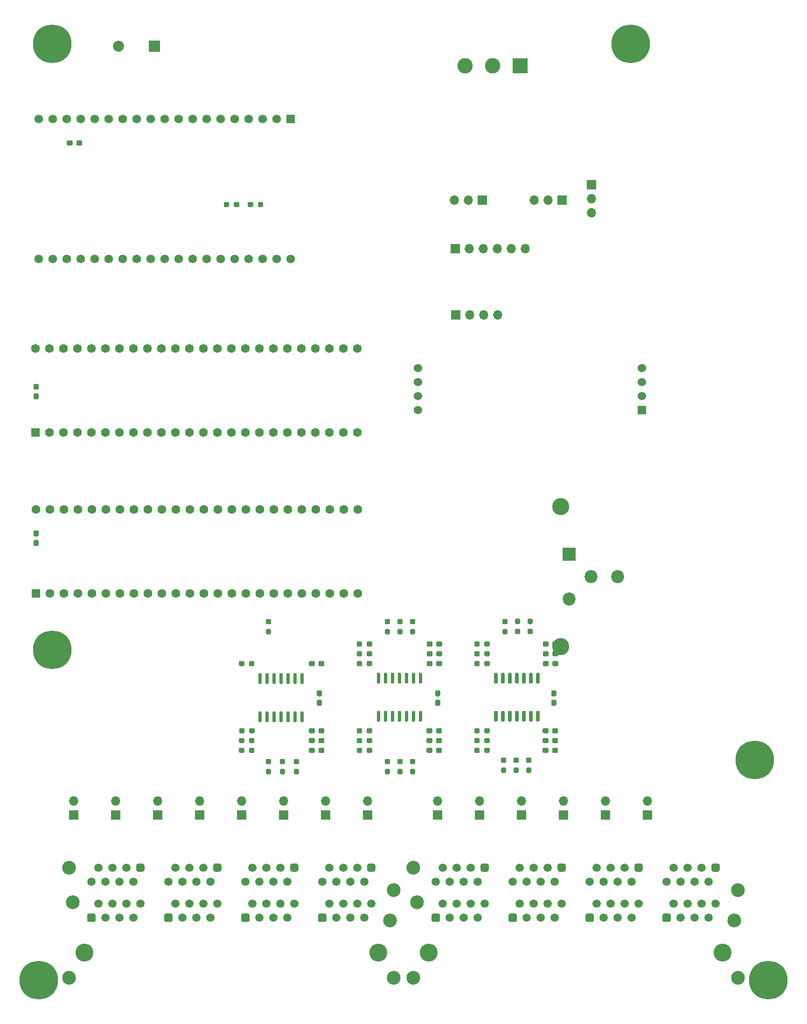
<source format=gbs>
%TF.GenerationSoftware,KiCad,Pcbnew,(5.1.9-0-10_14)*%
%TF.CreationDate,2021-08-05T14:32:20+02:00*%
%TF.ProjectId,MechanicalTheatre,4d656368-616e-4696-9361-6c5468656174,rev?*%
%TF.SameCoordinates,Original*%
%TF.FileFunction,Soldermask,Bot*%
%TF.FilePolarity,Negative*%
%FSLAX46Y46*%
G04 Gerber Fmt 4.6, Leading zero omitted, Abs format (unit mm)*
G04 Created by KiCad (PCBNEW (5.1.9-0-10_14)) date 2021-08-05 14:32:20*
%MOMM*%
%LPD*%
G01*
G04 APERTURE LIST*
%ADD10C,2.000000*%
%ADD11R,2.000000X2.000000*%
%ADD12C,7.000000*%
%ADD13C,3.900000*%
%ADD14O,1.700000X1.700000*%
%ADD15R,1.700000X1.700000*%
%ADD16C,2.500000*%
%ADD17C,1.500000*%
%ADD18C,3.250000*%
%ADD19C,3.098800*%
%ADD20C,2.362200*%
%ADD21R,2.362200X2.362200*%
%ADD22C,1.524000*%
%ADD23R,1.524000X1.524000*%
%ADD24C,1.600000*%
%ADD25R,1.600000X1.600000*%
%ADD26C,1.560000*%
%ADD27R,1.560000X1.560000*%
%ADD28C,2.800000*%
%ADD29R,2.800000X2.800000*%
G04 APERTURE END LIST*
D10*
%TO.C,BZ2*%
X49500000Y-50502000D03*
D11*
X56000000Y-50502000D03*
%TD*%
D12*
%TO.C,mh2*%
X142500000Y-50000000D03*
D13*
X142500000Y-50000000D03*
%TD*%
D12*
%TO.C,mh1*%
X37500000Y-50000000D03*
D13*
X37500000Y-50000000D03*
%TD*%
D12*
%TO.C,mh3*%
X37500000Y-160000000D03*
D13*
X37500000Y-160000000D03*
%TD*%
D12*
%TO.C,mh4*%
X165000000Y-180000000D03*
D13*
X165000000Y-180000000D03*
%TD*%
D12*
%TO.C,mh6*%
X167500000Y-220000000D03*
D13*
X167500000Y-220000000D03*
%TD*%
D12*
%TO.C,mh5*%
X35000000Y-220000000D03*
D13*
X35000000Y-220000000D03*
%TD*%
%TO.C,U14*%
G36*
G01*
X82982000Y-166231000D02*
X82682000Y-166231000D01*
G75*
G02*
X82532000Y-166081000I0J150000D01*
G01*
X82532000Y-164406000D01*
G75*
G02*
X82682000Y-164256000I150000J0D01*
G01*
X82982000Y-164256000D01*
G75*
G02*
X83132000Y-164406000I0J-150000D01*
G01*
X83132000Y-166081000D01*
G75*
G02*
X82982000Y-166231000I-150000J0D01*
G01*
G37*
G36*
G01*
X81712000Y-166231000D02*
X81412000Y-166231000D01*
G75*
G02*
X81262000Y-166081000I0J150000D01*
G01*
X81262000Y-164406000D01*
G75*
G02*
X81412000Y-164256000I150000J0D01*
G01*
X81712000Y-164256000D01*
G75*
G02*
X81862000Y-164406000I0J-150000D01*
G01*
X81862000Y-166081000D01*
G75*
G02*
X81712000Y-166231000I-150000J0D01*
G01*
G37*
G36*
G01*
X80442000Y-166231000D02*
X80142000Y-166231000D01*
G75*
G02*
X79992000Y-166081000I0J150000D01*
G01*
X79992000Y-164406000D01*
G75*
G02*
X80142000Y-164256000I150000J0D01*
G01*
X80442000Y-164256000D01*
G75*
G02*
X80592000Y-164406000I0J-150000D01*
G01*
X80592000Y-166081000D01*
G75*
G02*
X80442000Y-166231000I-150000J0D01*
G01*
G37*
G36*
G01*
X79172000Y-166231000D02*
X78872000Y-166231000D01*
G75*
G02*
X78722000Y-166081000I0J150000D01*
G01*
X78722000Y-164406000D01*
G75*
G02*
X78872000Y-164256000I150000J0D01*
G01*
X79172000Y-164256000D01*
G75*
G02*
X79322000Y-164406000I0J-150000D01*
G01*
X79322000Y-166081000D01*
G75*
G02*
X79172000Y-166231000I-150000J0D01*
G01*
G37*
G36*
G01*
X77902000Y-166231000D02*
X77602000Y-166231000D01*
G75*
G02*
X77452000Y-166081000I0J150000D01*
G01*
X77452000Y-164406000D01*
G75*
G02*
X77602000Y-164256000I150000J0D01*
G01*
X77902000Y-164256000D01*
G75*
G02*
X78052000Y-164406000I0J-150000D01*
G01*
X78052000Y-166081000D01*
G75*
G02*
X77902000Y-166231000I-150000J0D01*
G01*
G37*
G36*
G01*
X76632000Y-166231000D02*
X76332000Y-166231000D01*
G75*
G02*
X76182000Y-166081000I0J150000D01*
G01*
X76182000Y-164406000D01*
G75*
G02*
X76332000Y-164256000I150000J0D01*
G01*
X76632000Y-164256000D01*
G75*
G02*
X76782000Y-164406000I0J-150000D01*
G01*
X76782000Y-166081000D01*
G75*
G02*
X76632000Y-166231000I-150000J0D01*
G01*
G37*
G36*
G01*
X75362000Y-166231000D02*
X75062000Y-166231000D01*
G75*
G02*
X74912000Y-166081000I0J150000D01*
G01*
X74912000Y-164406000D01*
G75*
G02*
X75062000Y-164256000I150000J0D01*
G01*
X75362000Y-164256000D01*
G75*
G02*
X75512000Y-164406000I0J-150000D01*
G01*
X75512000Y-166081000D01*
G75*
G02*
X75362000Y-166231000I-150000J0D01*
G01*
G37*
G36*
G01*
X75362000Y-173156000D02*
X75062000Y-173156000D01*
G75*
G02*
X74912000Y-173006000I0J150000D01*
G01*
X74912000Y-171331000D01*
G75*
G02*
X75062000Y-171181000I150000J0D01*
G01*
X75362000Y-171181000D01*
G75*
G02*
X75512000Y-171331000I0J-150000D01*
G01*
X75512000Y-173006000D01*
G75*
G02*
X75362000Y-173156000I-150000J0D01*
G01*
G37*
G36*
G01*
X76632000Y-173156000D02*
X76332000Y-173156000D01*
G75*
G02*
X76182000Y-173006000I0J150000D01*
G01*
X76182000Y-171331000D01*
G75*
G02*
X76332000Y-171181000I150000J0D01*
G01*
X76632000Y-171181000D01*
G75*
G02*
X76782000Y-171331000I0J-150000D01*
G01*
X76782000Y-173006000D01*
G75*
G02*
X76632000Y-173156000I-150000J0D01*
G01*
G37*
G36*
G01*
X77902000Y-173156000D02*
X77602000Y-173156000D01*
G75*
G02*
X77452000Y-173006000I0J150000D01*
G01*
X77452000Y-171331000D01*
G75*
G02*
X77602000Y-171181000I150000J0D01*
G01*
X77902000Y-171181000D01*
G75*
G02*
X78052000Y-171331000I0J-150000D01*
G01*
X78052000Y-173006000D01*
G75*
G02*
X77902000Y-173156000I-150000J0D01*
G01*
G37*
G36*
G01*
X79172000Y-173156000D02*
X78872000Y-173156000D01*
G75*
G02*
X78722000Y-173006000I0J150000D01*
G01*
X78722000Y-171331000D01*
G75*
G02*
X78872000Y-171181000I150000J0D01*
G01*
X79172000Y-171181000D01*
G75*
G02*
X79322000Y-171331000I0J-150000D01*
G01*
X79322000Y-173006000D01*
G75*
G02*
X79172000Y-173156000I-150000J0D01*
G01*
G37*
G36*
G01*
X80442000Y-173156000D02*
X80142000Y-173156000D01*
G75*
G02*
X79992000Y-173006000I0J150000D01*
G01*
X79992000Y-171331000D01*
G75*
G02*
X80142000Y-171181000I150000J0D01*
G01*
X80442000Y-171181000D01*
G75*
G02*
X80592000Y-171331000I0J-150000D01*
G01*
X80592000Y-173006000D01*
G75*
G02*
X80442000Y-173156000I-150000J0D01*
G01*
G37*
G36*
G01*
X81712000Y-173156000D02*
X81412000Y-173156000D01*
G75*
G02*
X81262000Y-173006000I0J150000D01*
G01*
X81262000Y-171331000D01*
G75*
G02*
X81412000Y-171181000I150000J0D01*
G01*
X81712000Y-171181000D01*
G75*
G02*
X81862000Y-171331000I0J-150000D01*
G01*
X81862000Y-173006000D01*
G75*
G02*
X81712000Y-173156000I-150000J0D01*
G01*
G37*
G36*
G01*
X82982000Y-173156000D02*
X82682000Y-173156000D01*
G75*
G02*
X82532000Y-173006000I0J150000D01*
G01*
X82532000Y-171331000D01*
G75*
G02*
X82682000Y-171181000I150000J0D01*
G01*
X82982000Y-171181000D01*
G75*
G02*
X83132000Y-171331000I0J-150000D01*
G01*
X83132000Y-173006000D01*
G75*
G02*
X82982000Y-173156000I-150000J0D01*
G01*
G37*
%TD*%
%TO.C,R74*%
G36*
G01*
X72350500Y-162278500D02*
X72350500Y-162753500D01*
G75*
G02*
X72113000Y-162991000I-237500J0D01*
G01*
X71613000Y-162991000D01*
G75*
G02*
X71375500Y-162753500I0J237500D01*
G01*
X71375500Y-162278500D01*
G75*
G02*
X71613000Y-162041000I237500J0D01*
G01*
X72113000Y-162041000D01*
G75*
G02*
X72350500Y-162278500I0J-237500D01*
G01*
G37*
G36*
G01*
X74175500Y-162278500D02*
X74175500Y-162753500D01*
G75*
G02*
X73938000Y-162991000I-237500J0D01*
G01*
X73438000Y-162991000D01*
G75*
G02*
X73200500Y-162753500I0J237500D01*
G01*
X73200500Y-162278500D01*
G75*
G02*
X73438000Y-162041000I237500J0D01*
G01*
X73938000Y-162041000D01*
G75*
G02*
X74175500Y-162278500I0J-237500D01*
G01*
G37*
%TD*%
%TO.C,R73*%
G36*
G01*
X72397500Y-174470500D02*
X72397500Y-174945500D01*
G75*
G02*
X72160000Y-175183000I-237500J0D01*
G01*
X71660000Y-175183000D01*
G75*
G02*
X71422500Y-174945500I0J237500D01*
G01*
X71422500Y-174470500D01*
G75*
G02*
X71660000Y-174233000I237500J0D01*
G01*
X72160000Y-174233000D01*
G75*
G02*
X72397500Y-174470500I0J-237500D01*
G01*
G37*
G36*
G01*
X74222500Y-174470500D02*
X74222500Y-174945500D01*
G75*
G02*
X73985000Y-175183000I-237500J0D01*
G01*
X73485000Y-175183000D01*
G75*
G02*
X73247500Y-174945500I0J237500D01*
G01*
X73247500Y-174470500D01*
G75*
G02*
X73485000Y-174233000I237500J0D01*
G01*
X73985000Y-174233000D01*
G75*
G02*
X74222500Y-174470500I0J-237500D01*
G01*
G37*
%TD*%
%TO.C,R72*%
G36*
G01*
X76973500Y-155383000D02*
X76498500Y-155383000D01*
G75*
G02*
X76261000Y-155145500I0J237500D01*
G01*
X76261000Y-154645500D01*
G75*
G02*
X76498500Y-154408000I237500J0D01*
G01*
X76973500Y-154408000D01*
G75*
G02*
X77211000Y-154645500I0J-237500D01*
G01*
X77211000Y-155145500D01*
G75*
G02*
X76973500Y-155383000I-237500J0D01*
G01*
G37*
G36*
G01*
X76973500Y-157208000D02*
X76498500Y-157208000D01*
G75*
G02*
X76261000Y-156970500I0J237500D01*
G01*
X76261000Y-156470500D01*
G75*
G02*
X76498500Y-156233000I237500J0D01*
G01*
X76973500Y-156233000D01*
G75*
G02*
X77211000Y-156470500I0J-237500D01*
G01*
X77211000Y-156970500D01*
G75*
G02*
X76973500Y-157208000I-237500J0D01*
G01*
G37*
%TD*%
%TO.C,R71*%
G36*
G01*
X76498500Y-181633000D02*
X76973500Y-181633000D01*
G75*
G02*
X77211000Y-181870500I0J-237500D01*
G01*
X77211000Y-182370500D01*
G75*
G02*
X76973500Y-182608000I-237500J0D01*
G01*
X76498500Y-182608000D01*
G75*
G02*
X76261000Y-182370500I0J237500D01*
G01*
X76261000Y-181870500D01*
G75*
G02*
X76498500Y-181633000I237500J0D01*
G01*
G37*
G36*
G01*
X76498500Y-179808000D02*
X76973500Y-179808000D01*
G75*
G02*
X77211000Y-180045500I0J-237500D01*
G01*
X77211000Y-180545500D01*
G75*
G02*
X76973500Y-180783000I-237500J0D01*
G01*
X76498500Y-180783000D01*
G75*
G02*
X76261000Y-180545500I0J237500D01*
G01*
X76261000Y-180045500D01*
G75*
G02*
X76498500Y-179808000I237500J0D01*
G01*
G37*
%TD*%
D14*
%TO.C,JP1*%
X135410000Y-80728000D03*
X135410000Y-78188000D03*
D15*
X135410000Y-75648000D03*
%TD*%
D16*
%TO.C,J12*%
X161960000Y-219570000D03*
X103040000Y-219570000D03*
X103040000Y-199540000D03*
X161960000Y-203600000D03*
X103705000Y-205850000D03*
G36*
G01*
X157140000Y-199915000D02*
X157140000Y-199165000D01*
G75*
G02*
X157515000Y-198790000I375000J0D01*
G01*
X158265000Y-198790000D01*
G75*
G02*
X158640000Y-199165000I0J-375000D01*
G01*
X158640000Y-199915000D01*
G75*
G02*
X158265000Y-200290000I-375000J0D01*
G01*
X157515000Y-200290000D01*
G75*
G02*
X157140000Y-199915000I0J375000D01*
G01*
G37*
D17*
X156630000Y-202080000D03*
X155350000Y-199540000D03*
X154090000Y-202080000D03*
X152810000Y-199540000D03*
X151550000Y-202080000D03*
X150270000Y-199540000D03*
X149010000Y-202080000D03*
X109640000Y-202080000D03*
X107100000Y-202080000D03*
X110900000Y-199540000D03*
G36*
G01*
X115230000Y-199915000D02*
X115230000Y-199165000D01*
G75*
G02*
X115605000Y-198790000I375000J0D01*
G01*
X116355000Y-198790000D01*
G75*
G02*
X116730000Y-199165000I0J-375000D01*
G01*
X116730000Y-199915000D01*
G75*
G02*
X116355000Y-200290000I-375000J0D01*
G01*
X115605000Y-200290000D01*
G75*
G02*
X115230000Y-199915000I0J375000D01*
G01*
G37*
X108360000Y-199540000D03*
X112180000Y-202080000D03*
X113440000Y-199540000D03*
X114720000Y-202080000D03*
X122330000Y-199540000D03*
G36*
G01*
X129200000Y-199915000D02*
X129200000Y-199165000D01*
G75*
G02*
X129575000Y-198790000I375000J0D01*
G01*
X130325000Y-198790000D01*
G75*
G02*
X130700000Y-199165000I0J-375000D01*
G01*
X130700000Y-199915000D01*
G75*
G02*
X130325000Y-200290000I-375000J0D01*
G01*
X129575000Y-200290000D01*
G75*
G02*
X129200000Y-199915000I0J375000D01*
G01*
G37*
X124870000Y-199540000D03*
X121070000Y-202080000D03*
X123610000Y-202080000D03*
X128690000Y-202080000D03*
X127410000Y-199540000D03*
X126150000Y-202080000D03*
X136300000Y-199540000D03*
G36*
G01*
X143170000Y-199915000D02*
X143170000Y-199165000D01*
G75*
G02*
X143545000Y-198790000I375000J0D01*
G01*
X144295000Y-198790000D01*
G75*
G02*
X144670000Y-199165000I0J-375000D01*
G01*
X144670000Y-199915000D01*
G75*
G02*
X144295000Y-200290000I-375000J0D01*
G01*
X143545000Y-200290000D01*
G75*
G02*
X143170000Y-199915000I0J375000D01*
G01*
G37*
X138840000Y-199540000D03*
X135040000Y-202080000D03*
X137580000Y-202080000D03*
X142660000Y-202080000D03*
X141380000Y-199540000D03*
X140120000Y-202080000D03*
X140120000Y-208650000D03*
X141380000Y-206110000D03*
X142660000Y-208650000D03*
X137580000Y-208650000D03*
G36*
G01*
X134290000Y-209149500D02*
X134290000Y-208150500D01*
G75*
G02*
X134540500Y-207900000I250500J0D01*
G01*
X135539500Y-207900000D01*
G75*
G02*
X135790000Y-208150500I0J-250500D01*
G01*
X135790000Y-209149500D01*
G75*
G02*
X135539500Y-209400000I-250500J0D01*
G01*
X134540500Y-209400000D01*
G75*
G02*
X134290000Y-209149500I0J250500D01*
G01*
G37*
X138840000Y-206110000D03*
X143920000Y-206110000D03*
X136300000Y-206110000D03*
X126150000Y-208650000D03*
X127410000Y-206110000D03*
X128690000Y-208650000D03*
X123610000Y-208650000D03*
G36*
G01*
X120320000Y-209149500D02*
X120320000Y-208150500D01*
G75*
G02*
X120570500Y-207900000I250500J0D01*
G01*
X121569500Y-207900000D01*
G75*
G02*
X121820000Y-208150500I0J-250500D01*
G01*
X121820000Y-209149500D01*
G75*
G02*
X121569500Y-209400000I-250500J0D01*
G01*
X120570500Y-209400000D01*
G75*
G02*
X120320000Y-209149500I0J250500D01*
G01*
G37*
X124870000Y-206110000D03*
X129950000Y-206110000D03*
X122330000Y-206110000D03*
X108360000Y-206110000D03*
X115980000Y-206110000D03*
X110900000Y-206110000D03*
G36*
G01*
X106350000Y-209149500D02*
X106350000Y-208150500D01*
G75*
G02*
X106600500Y-207900000I250500J0D01*
G01*
X107599500Y-207900000D01*
G75*
G02*
X107850000Y-208150500I0J-250500D01*
G01*
X107850000Y-209149500D01*
G75*
G02*
X107599500Y-209400000I-250500J0D01*
G01*
X106600500Y-209400000D01*
G75*
G02*
X106350000Y-209149500I0J250500D01*
G01*
G37*
X109640000Y-208650000D03*
X114720000Y-208650000D03*
X113440000Y-206110000D03*
X112180000Y-208650000D03*
G36*
G01*
X148260000Y-209149500D02*
X148260000Y-208150500D01*
G75*
G02*
X148510500Y-207900000I250500J0D01*
G01*
X149509500Y-207900000D01*
G75*
G02*
X149760000Y-208150500I0J-250500D01*
G01*
X149760000Y-209149500D01*
G75*
G02*
X149509500Y-209400000I-250500J0D01*
G01*
X148510500Y-209400000D01*
G75*
G02*
X148260000Y-209149500I0J250500D01*
G01*
G37*
X150270000Y-206110000D03*
X151550000Y-208650000D03*
X152810000Y-206110000D03*
X154090000Y-208650000D03*
X155350000Y-206110000D03*
X156630000Y-208650000D03*
X157890000Y-206110000D03*
D16*
X161295000Y-209150000D03*
D18*
X105830000Y-215000000D03*
X159170000Y-215000000D03*
%TD*%
D14*
%TO.C,J6*%
X124996000Y-78442000D03*
X127536000Y-78442000D03*
D15*
X130076000Y-78442000D03*
%TD*%
D19*
%TO.C,J5*%
X129822000Y-159468000D03*
X129822000Y-134068000D03*
D20*
X140134400Y-146768000D03*
X131346000Y-150832000D03*
X135308400Y-146768000D03*
D21*
X131346000Y-142704000D03*
%TD*%
%TO.C,C34*%
G36*
G01*
X41205500Y-67790500D02*
X41205500Y-68265500D01*
G75*
G02*
X40968000Y-68503000I-237500J0D01*
G01*
X40368000Y-68503000D01*
G75*
G02*
X40130500Y-68265500I0J237500D01*
G01*
X40130500Y-67790500D01*
G75*
G02*
X40368000Y-67553000I237500J0D01*
G01*
X40968000Y-67553000D01*
G75*
G02*
X41205500Y-67790500I0J-237500D01*
G01*
G37*
G36*
G01*
X42930500Y-67790500D02*
X42930500Y-68265500D01*
G75*
G02*
X42693000Y-68503000I-237500J0D01*
G01*
X42093000Y-68503000D01*
G75*
G02*
X41855500Y-68265500I0J237500D01*
G01*
X41855500Y-67790500D01*
G75*
G02*
X42093000Y-67553000I237500J0D01*
G01*
X42693000Y-67553000D01*
G75*
G02*
X42930500Y-67790500I0J-237500D01*
G01*
G37*
%TD*%
%TO.C,C33*%
G36*
G01*
X34334500Y-113465000D02*
X34809500Y-113465000D01*
G75*
G02*
X35047000Y-113702500I0J-237500D01*
G01*
X35047000Y-114302500D01*
G75*
G02*
X34809500Y-114540000I-237500J0D01*
G01*
X34334500Y-114540000D01*
G75*
G02*
X34097000Y-114302500I0J237500D01*
G01*
X34097000Y-113702500D01*
G75*
G02*
X34334500Y-113465000I237500J0D01*
G01*
G37*
G36*
G01*
X34334500Y-111740000D02*
X34809500Y-111740000D01*
G75*
G02*
X35047000Y-111977500I0J-237500D01*
G01*
X35047000Y-112577500D01*
G75*
G02*
X34809500Y-112815000I-237500J0D01*
G01*
X34334500Y-112815000D01*
G75*
G02*
X34097000Y-112577500I0J237500D01*
G01*
X34097000Y-111977500D01*
G75*
G02*
X34334500Y-111740000I237500J0D01*
G01*
G37*
%TD*%
%TO.C,C32*%
G36*
G01*
X34809500Y-139431000D02*
X34334500Y-139431000D01*
G75*
G02*
X34097000Y-139193500I0J237500D01*
G01*
X34097000Y-138593500D01*
G75*
G02*
X34334500Y-138356000I237500J0D01*
G01*
X34809500Y-138356000D01*
G75*
G02*
X35047000Y-138593500I0J-237500D01*
G01*
X35047000Y-139193500D01*
G75*
G02*
X34809500Y-139431000I-237500J0D01*
G01*
G37*
G36*
G01*
X34809500Y-141156000D02*
X34334500Y-141156000D01*
G75*
G02*
X34097000Y-140918500I0J237500D01*
G01*
X34097000Y-140318500D01*
G75*
G02*
X34334500Y-140081000I237500J0D01*
G01*
X34809500Y-140081000D01*
G75*
G02*
X35047000Y-140318500I0J-237500D01*
G01*
X35047000Y-140918500D01*
G75*
G02*
X34809500Y-141156000I-237500J0D01*
G01*
G37*
%TD*%
%TO.C,C22*%
G36*
G01*
X85797500Y-162753500D02*
X85797500Y-162278500D01*
G75*
G02*
X86035000Y-162041000I237500J0D01*
G01*
X86635000Y-162041000D01*
G75*
G02*
X86872500Y-162278500I0J-237500D01*
G01*
X86872500Y-162753500D01*
G75*
G02*
X86635000Y-162991000I-237500J0D01*
G01*
X86035000Y-162991000D01*
G75*
G02*
X85797500Y-162753500I0J237500D01*
G01*
G37*
G36*
G01*
X84072500Y-162753500D02*
X84072500Y-162278500D01*
G75*
G02*
X84310000Y-162041000I237500J0D01*
G01*
X84910000Y-162041000D01*
G75*
G02*
X85147500Y-162278500I0J-237500D01*
G01*
X85147500Y-162753500D01*
G75*
G02*
X84910000Y-162991000I-237500J0D01*
G01*
X84310000Y-162991000D01*
G75*
G02*
X84072500Y-162753500I0J237500D01*
G01*
G37*
%TD*%
%TO.C,C21*%
G36*
G01*
X85797500Y-174945500D02*
X85797500Y-174470500D01*
G75*
G02*
X86035000Y-174233000I237500J0D01*
G01*
X86635000Y-174233000D01*
G75*
G02*
X86872500Y-174470500I0J-237500D01*
G01*
X86872500Y-174945500D01*
G75*
G02*
X86635000Y-175183000I-237500J0D01*
G01*
X86035000Y-175183000D01*
G75*
G02*
X85797500Y-174945500I0J237500D01*
G01*
G37*
G36*
G01*
X84072500Y-174945500D02*
X84072500Y-174470500D01*
G75*
G02*
X84310000Y-174233000I237500J0D01*
G01*
X84910000Y-174233000D01*
G75*
G02*
X85147500Y-174470500I0J-237500D01*
G01*
X85147500Y-174945500D01*
G75*
G02*
X84910000Y-175183000I-237500J0D01*
G01*
X84310000Y-175183000D01*
G75*
G02*
X84072500Y-174945500I0J237500D01*
G01*
G37*
%TD*%
D22*
%TO.C,A1*%
X144554000Y-108922000D03*
X144554000Y-111462000D03*
X144554000Y-114002000D03*
D23*
X144554000Y-116542000D03*
D22*
X103914000Y-116542000D03*
X103914000Y-114002000D03*
X103914000Y-111462000D03*
X103914000Y-108922000D03*
%TD*%
%TO.C,R18*%
G36*
G01*
X115069000Y-176248500D02*
X115069000Y-176723500D01*
G75*
G02*
X114831500Y-176961000I-237500J0D01*
G01*
X114331500Y-176961000D01*
G75*
G02*
X114094000Y-176723500I0J237500D01*
G01*
X114094000Y-176248500D01*
G75*
G02*
X114331500Y-176011000I237500J0D01*
G01*
X114831500Y-176011000D01*
G75*
G02*
X115069000Y-176248500I0J-237500D01*
G01*
G37*
G36*
G01*
X116894000Y-176248500D02*
X116894000Y-176723500D01*
G75*
G02*
X116656500Y-176961000I-237500J0D01*
G01*
X116156500Y-176961000D01*
G75*
G02*
X115919000Y-176723500I0J237500D01*
G01*
X115919000Y-176248500D01*
G75*
G02*
X116156500Y-176011000I237500J0D01*
G01*
X116656500Y-176011000D01*
G75*
G02*
X116894000Y-176248500I0J-237500D01*
G01*
G37*
%TD*%
%TO.C,R19*%
G36*
G01*
X121931500Y-180529000D02*
X121456500Y-180529000D01*
G75*
G02*
X121219000Y-180291500I0J237500D01*
G01*
X121219000Y-179791500D01*
G75*
G02*
X121456500Y-179554000I237500J0D01*
G01*
X121931500Y-179554000D01*
G75*
G02*
X122169000Y-179791500I0J-237500D01*
G01*
X122169000Y-180291500D01*
G75*
G02*
X121931500Y-180529000I-237500J0D01*
G01*
G37*
G36*
G01*
X121931500Y-182354000D02*
X121456500Y-182354000D01*
G75*
G02*
X121219000Y-182116500I0J237500D01*
G01*
X121219000Y-181616500D01*
G75*
G02*
X121456500Y-181379000I237500J0D01*
G01*
X121931500Y-181379000D01*
G75*
G02*
X122169000Y-181616500I0J-237500D01*
G01*
X122169000Y-182116500D01*
G75*
G02*
X121931500Y-182354000I-237500J0D01*
G01*
G37*
%TD*%
D14*
%TO.C,J23*%
X56660000Y-187420000D03*
D15*
X56660000Y-189960000D03*
%TD*%
D14*
%TO.C,J22*%
X145560000Y-187420000D03*
D15*
X145560000Y-189960000D03*
%TD*%
D14*
%TO.C,J21*%
X137940000Y-187420000D03*
D15*
X137940000Y-189960000D03*
%TD*%
D14*
%TO.C,J20*%
X130320000Y-187420000D03*
D15*
X130320000Y-189960000D03*
%TD*%
D14*
%TO.C,J19*%
X122700000Y-187420000D03*
D15*
X122700000Y-189960000D03*
%TD*%
D14*
%TO.C,J18*%
X94760000Y-187420000D03*
D15*
X94760000Y-189960000D03*
%TD*%
D14*
%TO.C,J17*%
X107460000Y-187420000D03*
D15*
X107460000Y-189960000D03*
%TD*%
D14*
%TO.C,J16*%
X115080000Y-187420000D03*
D15*
X115080000Y-189960000D03*
%TD*%
D14*
%TO.C,J15*%
X87140000Y-187420000D03*
D15*
X87140000Y-189960000D03*
%TD*%
D14*
%TO.C,J14*%
X79520000Y-187420000D03*
D15*
X79520000Y-189960000D03*
%TD*%
D14*
%TO.C,J13*%
X71900000Y-187420000D03*
D15*
X71900000Y-189960000D03*
%TD*%
D14*
%TO.C,J10*%
X41420000Y-187420000D03*
D15*
X41420000Y-189960000D03*
%TD*%
D14*
%TO.C,J9*%
X110518000Y-78442000D03*
X113058000Y-78442000D03*
D15*
X115598000Y-78442000D03*
%TD*%
D14*
%TO.C,J8*%
X118392000Y-99270000D03*
X115852000Y-99270000D03*
X113312000Y-99270000D03*
D15*
X110772000Y-99270000D03*
%TD*%
D14*
%TO.C,J4*%
X123317000Y-87188000D03*
X120777000Y-87188000D03*
X118237000Y-87188000D03*
X115697000Y-87188000D03*
X113157000Y-87188000D03*
D15*
X110617000Y-87188000D03*
%TD*%
D14*
%TO.C,J3*%
X64280000Y-187420000D03*
D15*
X64280000Y-189960000D03*
%TD*%
D14*
%TO.C,J2*%
X49040000Y-187420000D03*
D15*
X49040000Y-189960000D03*
%TD*%
D24*
%TO.C,U15*%
X34445000Y-105366000D03*
X36985000Y-105366000D03*
X39525000Y-105366000D03*
X42065000Y-105366000D03*
X44605000Y-105366000D03*
X47145000Y-105366000D03*
X49685000Y-105366000D03*
X52225000Y-105366000D03*
X54765000Y-105366000D03*
X57305000Y-105366000D03*
X59845000Y-105366000D03*
X62385000Y-105366000D03*
X64925000Y-105366000D03*
X67465000Y-105366000D03*
D25*
X34445000Y-120606000D03*
D24*
X36985000Y-120606000D03*
X39525000Y-120606000D03*
X42065000Y-120606000D03*
X44605000Y-120606000D03*
X47145000Y-120606000D03*
X49685000Y-120606000D03*
X52225000Y-120606000D03*
X54765000Y-120606000D03*
X57305000Y-120606000D03*
X59845000Y-120606000D03*
X62385000Y-120606000D03*
X64925000Y-120606000D03*
X70005000Y-105366000D03*
X72545000Y-105366000D03*
X75085000Y-105366000D03*
X77625000Y-105366000D03*
X80165000Y-105366000D03*
X82705000Y-105366000D03*
X85245000Y-105366000D03*
X87785000Y-105366000D03*
X90325000Y-105366000D03*
X92865000Y-105366000D03*
X92865000Y-120606000D03*
X90325000Y-120606000D03*
X87785000Y-120606000D03*
X85245000Y-120606000D03*
X67465000Y-120606000D03*
X70005000Y-120606000D03*
X72545000Y-120606000D03*
X82705000Y-120606000D03*
X80165000Y-120606000D03*
X77625000Y-120606000D03*
X75085000Y-120606000D03*
%TD*%
%TO.C,U10*%
G36*
G01*
X104456000Y-166141000D02*
X104156000Y-166141000D01*
G75*
G02*
X104006000Y-165991000I0J150000D01*
G01*
X104006000Y-164316000D01*
G75*
G02*
X104156000Y-164166000I150000J0D01*
G01*
X104456000Y-164166000D01*
G75*
G02*
X104606000Y-164316000I0J-150000D01*
G01*
X104606000Y-165991000D01*
G75*
G02*
X104456000Y-166141000I-150000J0D01*
G01*
G37*
G36*
G01*
X103186000Y-166141000D02*
X102886000Y-166141000D01*
G75*
G02*
X102736000Y-165991000I0J150000D01*
G01*
X102736000Y-164316000D01*
G75*
G02*
X102886000Y-164166000I150000J0D01*
G01*
X103186000Y-164166000D01*
G75*
G02*
X103336000Y-164316000I0J-150000D01*
G01*
X103336000Y-165991000D01*
G75*
G02*
X103186000Y-166141000I-150000J0D01*
G01*
G37*
G36*
G01*
X101916000Y-166141000D02*
X101616000Y-166141000D01*
G75*
G02*
X101466000Y-165991000I0J150000D01*
G01*
X101466000Y-164316000D01*
G75*
G02*
X101616000Y-164166000I150000J0D01*
G01*
X101916000Y-164166000D01*
G75*
G02*
X102066000Y-164316000I0J-150000D01*
G01*
X102066000Y-165991000D01*
G75*
G02*
X101916000Y-166141000I-150000J0D01*
G01*
G37*
G36*
G01*
X100646000Y-166141000D02*
X100346000Y-166141000D01*
G75*
G02*
X100196000Y-165991000I0J150000D01*
G01*
X100196000Y-164316000D01*
G75*
G02*
X100346000Y-164166000I150000J0D01*
G01*
X100646000Y-164166000D01*
G75*
G02*
X100796000Y-164316000I0J-150000D01*
G01*
X100796000Y-165991000D01*
G75*
G02*
X100646000Y-166141000I-150000J0D01*
G01*
G37*
G36*
G01*
X99376000Y-166141000D02*
X99076000Y-166141000D01*
G75*
G02*
X98926000Y-165991000I0J150000D01*
G01*
X98926000Y-164316000D01*
G75*
G02*
X99076000Y-164166000I150000J0D01*
G01*
X99376000Y-164166000D01*
G75*
G02*
X99526000Y-164316000I0J-150000D01*
G01*
X99526000Y-165991000D01*
G75*
G02*
X99376000Y-166141000I-150000J0D01*
G01*
G37*
G36*
G01*
X98106000Y-166141000D02*
X97806000Y-166141000D01*
G75*
G02*
X97656000Y-165991000I0J150000D01*
G01*
X97656000Y-164316000D01*
G75*
G02*
X97806000Y-164166000I150000J0D01*
G01*
X98106000Y-164166000D01*
G75*
G02*
X98256000Y-164316000I0J-150000D01*
G01*
X98256000Y-165991000D01*
G75*
G02*
X98106000Y-166141000I-150000J0D01*
G01*
G37*
G36*
G01*
X96836000Y-166141000D02*
X96536000Y-166141000D01*
G75*
G02*
X96386000Y-165991000I0J150000D01*
G01*
X96386000Y-164316000D01*
G75*
G02*
X96536000Y-164166000I150000J0D01*
G01*
X96836000Y-164166000D01*
G75*
G02*
X96986000Y-164316000I0J-150000D01*
G01*
X96986000Y-165991000D01*
G75*
G02*
X96836000Y-166141000I-150000J0D01*
G01*
G37*
G36*
G01*
X96836000Y-173066000D02*
X96536000Y-173066000D01*
G75*
G02*
X96386000Y-172916000I0J150000D01*
G01*
X96386000Y-171241000D01*
G75*
G02*
X96536000Y-171091000I150000J0D01*
G01*
X96836000Y-171091000D01*
G75*
G02*
X96986000Y-171241000I0J-150000D01*
G01*
X96986000Y-172916000D01*
G75*
G02*
X96836000Y-173066000I-150000J0D01*
G01*
G37*
G36*
G01*
X98106000Y-173066000D02*
X97806000Y-173066000D01*
G75*
G02*
X97656000Y-172916000I0J150000D01*
G01*
X97656000Y-171241000D01*
G75*
G02*
X97806000Y-171091000I150000J0D01*
G01*
X98106000Y-171091000D01*
G75*
G02*
X98256000Y-171241000I0J-150000D01*
G01*
X98256000Y-172916000D01*
G75*
G02*
X98106000Y-173066000I-150000J0D01*
G01*
G37*
G36*
G01*
X99376000Y-173066000D02*
X99076000Y-173066000D01*
G75*
G02*
X98926000Y-172916000I0J150000D01*
G01*
X98926000Y-171241000D01*
G75*
G02*
X99076000Y-171091000I150000J0D01*
G01*
X99376000Y-171091000D01*
G75*
G02*
X99526000Y-171241000I0J-150000D01*
G01*
X99526000Y-172916000D01*
G75*
G02*
X99376000Y-173066000I-150000J0D01*
G01*
G37*
G36*
G01*
X100646000Y-173066000D02*
X100346000Y-173066000D01*
G75*
G02*
X100196000Y-172916000I0J150000D01*
G01*
X100196000Y-171241000D01*
G75*
G02*
X100346000Y-171091000I150000J0D01*
G01*
X100646000Y-171091000D01*
G75*
G02*
X100796000Y-171241000I0J-150000D01*
G01*
X100796000Y-172916000D01*
G75*
G02*
X100646000Y-173066000I-150000J0D01*
G01*
G37*
G36*
G01*
X101916000Y-173066000D02*
X101616000Y-173066000D01*
G75*
G02*
X101466000Y-172916000I0J150000D01*
G01*
X101466000Y-171241000D01*
G75*
G02*
X101616000Y-171091000I150000J0D01*
G01*
X101916000Y-171091000D01*
G75*
G02*
X102066000Y-171241000I0J-150000D01*
G01*
X102066000Y-172916000D01*
G75*
G02*
X101916000Y-173066000I-150000J0D01*
G01*
G37*
G36*
G01*
X103186000Y-173066000D02*
X102886000Y-173066000D01*
G75*
G02*
X102736000Y-172916000I0J150000D01*
G01*
X102736000Y-171241000D01*
G75*
G02*
X102886000Y-171091000I150000J0D01*
G01*
X103186000Y-171091000D01*
G75*
G02*
X103336000Y-171241000I0J-150000D01*
G01*
X103336000Y-172916000D01*
G75*
G02*
X103186000Y-173066000I-150000J0D01*
G01*
G37*
G36*
G01*
X104456000Y-173066000D02*
X104156000Y-173066000D01*
G75*
G02*
X104006000Y-172916000I0J150000D01*
G01*
X104006000Y-171241000D01*
G75*
G02*
X104156000Y-171091000I150000J0D01*
G01*
X104456000Y-171091000D01*
G75*
G02*
X104606000Y-171241000I0J-150000D01*
G01*
X104606000Y-172916000D01*
G75*
G02*
X104456000Y-173066000I-150000J0D01*
G01*
G37*
%TD*%
%TO.C,U6*%
G36*
G01*
X125781000Y-166141000D02*
X125481000Y-166141000D01*
G75*
G02*
X125331000Y-165991000I0J150000D01*
G01*
X125331000Y-164316000D01*
G75*
G02*
X125481000Y-164166000I150000J0D01*
G01*
X125781000Y-164166000D01*
G75*
G02*
X125931000Y-164316000I0J-150000D01*
G01*
X125931000Y-165991000D01*
G75*
G02*
X125781000Y-166141000I-150000J0D01*
G01*
G37*
G36*
G01*
X124511000Y-166141000D02*
X124211000Y-166141000D01*
G75*
G02*
X124061000Y-165991000I0J150000D01*
G01*
X124061000Y-164316000D01*
G75*
G02*
X124211000Y-164166000I150000J0D01*
G01*
X124511000Y-164166000D01*
G75*
G02*
X124661000Y-164316000I0J-150000D01*
G01*
X124661000Y-165991000D01*
G75*
G02*
X124511000Y-166141000I-150000J0D01*
G01*
G37*
G36*
G01*
X123241000Y-166141000D02*
X122941000Y-166141000D01*
G75*
G02*
X122791000Y-165991000I0J150000D01*
G01*
X122791000Y-164316000D01*
G75*
G02*
X122941000Y-164166000I150000J0D01*
G01*
X123241000Y-164166000D01*
G75*
G02*
X123391000Y-164316000I0J-150000D01*
G01*
X123391000Y-165991000D01*
G75*
G02*
X123241000Y-166141000I-150000J0D01*
G01*
G37*
G36*
G01*
X121971000Y-166141000D02*
X121671000Y-166141000D01*
G75*
G02*
X121521000Y-165991000I0J150000D01*
G01*
X121521000Y-164316000D01*
G75*
G02*
X121671000Y-164166000I150000J0D01*
G01*
X121971000Y-164166000D01*
G75*
G02*
X122121000Y-164316000I0J-150000D01*
G01*
X122121000Y-165991000D01*
G75*
G02*
X121971000Y-166141000I-150000J0D01*
G01*
G37*
G36*
G01*
X120701000Y-166141000D02*
X120401000Y-166141000D01*
G75*
G02*
X120251000Y-165991000I0J150000D01*
G01*
X120251000Y-164316000D01*
G75*
G02*
X120401000Y-164166000I150000J0D01*
G01*
X120701000Y-164166000D01*
G75*
G02*
X120851000Y-164316000I0J-150000D01*
G01*
X120851000Y-165991000D01*
G75*
G02*
X120701000Y-166141000I-150000J0D01*
G01*
G37*
G36*
G01*
X119431000Y-166141000D02*
X119131000Y-166141000D01*
G75*
G02*
X118981000Y-165991000I0J150000D01*
G01*
X118981000Y-164316000D01*
G75*
G02*
X119131000Y-164166000I150000J0D01*
G01*
X119431000Y-164166000D01*
G75*
G02*
X119581000Y-164316000I0J-150000D01*
G01*
X119581000Y-165991000D01*
G75*
G02*
X119431000Y-166141000I-150000J0D01*
G01*
G37*
G36*
G01*
X118161000Y-166141000D02*
X117861000Y-166141000D01*
G75*
G02*
X117711000Y-165991000I0J150000D01*
G01*
X117711000Y-164316000D01*
G75*
G02*
X117861000Y-164166000I150000J0D01*
G01*
X118161000Y-164166000D01*
G75*
G02*
X118311000Y-164316000I0J-150000D01*
G01*
X118311000Y-165991000D01*
G75*
G02*
X118161000Y-166141000I-150000J0D01*
G01*
G37*
G36*
G01*
X118161000Y-173066000D02*
X117861000Y-173066000D01*
G75*
G02*
X117711000Y-172916000I0J150000D01*
G01*
X117711000Y-171241000D01*
G75*
G02*
X117861000Y-171091000I150000J0D01*
G01*
X118161000Y-171091000D01*
G75*
G02*
X118311000Y-171241000I0J-150000D01*
G01*
X118311000Y-172916000D01*
G75*
G02*
X118161000Y-173066000I-150000J0D01*
G01*
G37*
G36*
G01*
X119431000Y-173066000D02*
X119131000Y-173066000D01*
G75*
G02*
X118981000Y-172916000I0J150000D01*
G01*
X118981000Y-171241000D01*
G75*
G02*
X119131000Y-171091000I150000J0D01*
G01*
X119431000Y-171091000D01*
G75*
G02*
X119581000Y-171241000I0J-150000D01*
G01*
X119581000Y-172916000D01*
G75*
G02*
X119431000Y-173066000I-150000J0D01*
G01*
G37*
G36*
G01*
X120701000Y-173066000D02*
X120401000Y-173066000D01*
G75*
G02*
X120251000Y-172916000I0J150000D01*
G01*
X120251000Y-171241000D01*
G75*
G02*
X120401000Y-171091000I150000J0D01*
G01*
X120701000Y-171091000D01*
G75*
G02*
X120851000Y-171241000I0J-150000D01*
G01*
X120851000Y-172916000D01*
G75*
G02*
X120701000Y-173066000I-150000J0D01*
G01*
G37*
G36*
G01*
X121971000Y-173066000D02*
X121671000Y-173066000D01*
G75*
G02*
X121521000Y-172916000I0J150000D01*
G01*
X121521000Y-171241000D01*
G75*
G02*
X121671000Y-171091000I150000J0D01*
G01*
X121971000Y-171091000D01*
G75*
G02*
X122121000Y-171241000I0J-150000D01*
G01*
X122121000Y-172916000D01*
G75*
G02*
X121971000Y-173066000I-150000J0D01*
G01*
G37*
G36*
G01*
X123241000Y-173066000D02*
X122941000Y-173066000D01*
G75*
G02*
X122791000Y-172916000I0J150000D01*
G01*
X122791000Y-171241000D01*
G75*
G02*
X122941000Y-171091000I150000J0D01*
G01*
X123241000Y-171091000D01*
G75*
G02*
X123391000Y-171241000I0J-150000D01*
G01*
X123391000Y-172916000D01*
G75*
G02*
X123241000Y-173066000I-150000J0D01*
G01*
G37*
G36*
G01*
X124511000Y-173066000D02*
X124211000Y-173066000D01*
G75*
G02*
X124061000Y-172916000I0J150000D01*
G01*
X124061000Y-171241000D01*
G75*
G02*
X124211000Y-171091000I150000J0D01*
G01*
X124511000Y-171091000D01*
G75*
G02*
X124661000Y-171241000I0J-150000D01*
G01*
X124661000Y-172916000D01*
G75*
G02*
X124511000Y-173066000I-150000J0D01*
G01*
G37*
G36*
G01*
X125781000Y-173066000D02*
X125481000Y-173066000D01*
G75*
G02*
X125331000Y-172916000I0J150000D01*
G01*
X125331000Y-171241000D01*
G75*
G02*
X125481000Y-171091000I150000J0D01*
G01*
X125781000Y-171091000D01*
G75*
G02*
X125931000Y-171241000I0J-150000D01*
G01*
X125931000Y-172916000D01*
G75*
G02*
X125781000Y-173066000I-150000J0D01*
G01*
G37*
%TD*%
D26*
%TO.C,U2*%
X35028000Y-89110000D03*
X37568000Y-89110000D03*
X40108000Y-89110000D03*
X42648000Y-89110000D03*
X45188000Y-89110000D03*
X47728000Y-89110000D03*
X50268000Y-89110000D03*
X52808000Y-89110000D03*
X55348000Y-89110000D03*
X57888000Y-89110000D03*
X60428000Y-89110000D03*
X62968000Y-89110000D03*
X65508000Y-89110000D03*
X68048000Y-89110000D03*
X70588000Y-89110000D03*
X73128000Y-89110000D03*
X75668000Y-89110000D03*
X78208000Y-89110000D03*
X80748000Y-89110000D03*
X37568000Y-63710000D03*
X40108000Y-63710000D03*
X42648000Y-63710000D03*
X45188000Y-63710000D03*
X47728000Y-63710000D03*
X50268000Y-63710000D03*
X52808000Y-63710000D03*
X55348000Y-63710000D03*
X57888000Y-63710000D03*
X60428000Y-63710000D03*
X62968000Y-63710000D03*
X65508000Y-63710000D03*
X68048000Y-63710000D03*
X70588000Y-63710000D03*
X73128000Y-63710000D03*
X75668000Y-63710000D03*
X35028000Y-63710000D03*
X78208000Y-63710000D03*
D27*
X80748000Y-63710000D03*
%TD*%
%TO.C,R67*%
G36*
G01*
X79513500Y-180783000D02*
X79038500Y-180783000D01*
G75*
G02*
X78801000Y-180545500I0J237500D01*
G01*
X78801000Y-180045500D01*
G75*
G02*
X79038500Y-179808000I237500J0D01*
G01*
X79513500Y-179808000D01*
G75*
G02*
X79751000Y-180045500I0J-237500D01*
G01*
X79751000Y-180545500D01*
G75*
G02*
X79513500Y-180783000I-237500J0D01*
G01*
G37*
G36*
G01*
X79513500Y-182608000D02*
X79038500Y-182608000D01*
G75*
G02*
X78801000Y-182370500I0J237500D01*
G01*
X78801000Y-181870500D01*
G75*
G02*
X79038500Y-181633000I237500J0D01*
G01*
X79513500Y-181633000D01*
G75*
G02*
X79751000Y-181870500I0J-237500D01*
G01*
X79751000Y-182370500D01*
G75*
G02*
X79513500Y-182608000I-237500J0D01*
G01*
G37*
%TD*%
%TO.C,R66*%
G36*
G01*
X72350500Y-176248500D02*
X72350500Y-176723500D01*
G75*
G02*
X72113000Y-176961000I-237500J0D01*
G01*
X71613000Y-176961000D01*
G75*
G02*
X71375500Y-176723500I0J237500D01*
G01*
X71375500Y-176248500D01*
G75*
G02*
X71613000Y-176011000I237500J0D01*
G01*
X72113000Y-176011000D01*
G75*
G02*
X72350500Y-176248500I0J-237500D01*
G01*
G37*
G36*
G01*
X74175500Y-176248500D02*
X74175500Y-176723500D01*
G75*
G02*
X73938000Y-176961000I-237500J0D01*
G01*
X73438000Y-176961000D01*
G75*
G02*
X73200500Y-176723500I0J237500D01*
G01*
X73200500Y-176248500D01*
G75*
G02*
X73438000Y-176011000I237500J0D01*
G01*
X73938000Y-176011000D01*
G75*
G02*
X74175500Y-176248500I0J-237500D01*
G01*
G37*
%TD*%
%TO.C,R63*%
G36*
G01*
X82053500Y-180783000D02*
X81578500Y-180783000D01*
G75*
G02*
X81341000Y-180545500I0J237500D01*
G01*
X81341000Y-180045500D01*
G75*
G02*
X81578500Y-179808000I237500J0D01*
G01*
X82053500Y-179808000D01*
G75*
G02*
X82291000Y-180045500I0J-237500D01*
G01*
X82291000Y-180545500D01*
G75*
G02*
X82053500Y-180783000I-237500J0D01*
G01*
G37*
G36*
G01*
X82053500Y-182608000D02*
X81578500Y-182608000D01*
G75*
G02*
X81341000Y-182370500I0J237500D01*
G01*
X81341000Y-181870500D01*
G75*
G02*
X81578500Y-181633000I237500J0D01*
G01*
X82053500Y-181633000D01*
G75*
G02*
X82291000Y-181870500I0J-237500D01*
G01*
X82291000Y-182370500D01*
G75*
G02*
X82053500Y-182608000I-237500J0D01*
G01*
G37*
%TD*%
%TO.C,R62*%
G36*
G01*
X72350500Y-178026500D02*
X72350500Y-178501500D01*
G75*
G02*
X72113000Y-178739000I-237500J0D01*
G01*
X71613000Y-178739000D01*
G75*
G02*
X71375500Y-178501500I0J237500D01*
G01*
X71375500Y-178026500D01*
G75*
G02*
X71613000Y-177789000I237500J0D01*
G01*
X72113000Y-177789000D01*
G75*
G02*
X72350500Y-178026500I0J-237500D01*
G01*
G37*
G36*
G01*
X74175500Y-178026500D02*
X74175500Y-178501500D01*
G75*
G02*
X73938000Y-178739000I-237500J0D01*
G01*
X73438000Y-178739000D01*
G75*
G02*
X73200500Y-178501500I0J237500D01*
G01*
X73200500Y-178026500D01*
G75*
G02*
X73438000Y-177789000I237500J0D01*
G01*
X73938000Y-177789000D01*
G75*
G02*
X74175500Y-178026500I0J-237500D01*
G01*
G37*
%TD*%
%TO.C,R59*%
G36*
G01*
X102660500Y-156233000D02*
X103135500Y-156233000D01*
G75*
G02*
X103373000Y-156470500I0J-237500D01*
G01*
X103373000Y-156970500D01*
G75*
G02*
X103135500Y-157208000I-237500J0D01*
G01*
X102660500Y-157208000D01*
G75*
G02*
X102423000Y-156970500I0J237500D01*
G01*
X102423000Y-156470500D01*
G75*
G02*
X102660500Y-156233000I237500J0D01*
G01*
G37*
G36*
G01*
X102660500Y-154408000D02*
X103135500Y-154408000D01*
G75*
G02*
X103373000Y-154645500I0J-237500D01*
G01*
X103373000Y-155145500D01*
G75*
G02*
X103135500Y-155383000I-237500J0D01*
G01*
X102660500Y-155383000D01*
G75*
G02*
X102423000Y-155145500I0J237500D01*
G01*
X102423000Y-154645500D01*
G75*
G02*
X102660500Y-154408000I237500J0D01*
G01*
G37*
%TD*%
%TO.C,R58*%
G36*
G01*
X93733500Y-162278500D02*
X93733500Y-162753500D01*
G75*
G02*
X93496000Y-162991000I-237500J0D01*
G01*
X92996000Y-162991000D01*
G75*
G02*
X92758500Y-162753500I0J237500D01*
G01*
X92758500Y-162278500D01*
G75*
G02*
X92996000Y-162041000I237500J0D01*
G01*
X93496000Y-162041000D01*
G75*
G02*
X93733500Y-162278500I0J-237500D01*
G01*
G37*
G36*
G01*
X95558500Y-162278500D02*
X95558500Y-162753500D01*
G75*
G02*
X95321000Y-162991000I-237500J0D01*
G01*
X94821000Y-162991000D01*
G75*
G02*
X94583500Y-162753500I0J237500D01*
G01*
X94583500Y-162278500D01*
G75*
G02*
X94821000Y-162041000I237500J0D01*
G01*
X95321000Y-162041000D01*
G75*
G02*
X95558500Y-162278500I0J-237500D01*
G01*
G37*
%TD*%
%TO.C,R55*%
G36*
G01*
X100374500Y-156233000D02*
X100849500Y-156233000D01*
G75*
G02*
X101087000Y-156470500I0J-237500D01*
G01*
X101087000Y-156970500D01*
G75*
G02*
X100849500Y-157208000I-237500J0D01*
G01*
X100374500Y-157208000D01*
G75*
G02*
X100137000Y-156970500I0J237500D01*
G01*
X100137000Y-156470500D01*
G75*
G02*
X100374500Y-156233000I237500J0D01*
G01*
G37*
G36*
G01*
X100374500Y-154408000D02*
X100849500Y-154408000D01*
G75*
G02*
X101087000Y-154645500I0J-237500D01*
G01*
X101087000Y-155145500D01*
G75*
G02*
X100849500Y-155383000I-237500J0D01*
G01*
X100374500Y-155383000D01*
G75*
G02*
X100137000Y-155145500I0J237500D01*
G01*
X100137000Y-154645500D01*
G75*
G02*
X100374500Y-154408000I237500J0D01*
G01*
G37*
%TD*%
%TO.C,R54*%
G36*
G01*
X93733500Y-160500500D02*
X93733500Y-160975500D01*
G75*
G02*
X93496000Y-161213000I-237500J0D01*
G01*
X92996000Y-161213000D01*
G75*
G02*
X92758500Y-160975500I0J237500D01*
G01*
X92758500Y-160500500D01*
G75*
G02*
X92996000Y-160263000I237500J0D01*
G01*
X93496000Y-160263000D01*
G75*
G02*
X93733500Y-160500500I0J-237500D01*
G01*
G37*
G36*
G01*
X95558500Y-160500500D02*
X95558500Y-160975500D01*
G75*
G02*
X95321000Y-161213000I-237500J0D01*
G01*
X94821000Y-161213000D01*
G75*
G02*
X94583500Y-160975500I0J237500D01*
G01*
X94583500Y-160500500D01*
G75*
G02*
X94821000Y-160263000I237500J0D01*
G01*
X95321000Y-160263000D01*
G75*
G02*
X95558500Y-160500500I0J-237500D01*
G01*
G37*
%TD*%
%TO.C,R51*%
G36*
G01*
X103135500Y-180783000D02*
X102660500Y-180783000D01*
G75*
G02*
X102423000Y-180545500I0J237500D01*
G01*
X102423000Y-180045500D01*
G75*
G02*
X102660500Y-179808000I237500J0D01*
G01*
X103135500Y-179808000D01*
G75*
G02*
X103373000Y-180045500I0J-237500D01*
G01*
X103373000Y-180545500D01*
G75*
G02*
X103135500Y-180783000I-237500J0D01*
G01*
G37*
G36*
G01*
X103135500Y-182608000D02*
X102660500Y-182608000D01*
G75*
G02*
X102423000Y-182370500I0J237500D01*
G01*
X102423000Y-181870500D01*
G75*
G02*
X102660500Y-181633000I237500J0D01*
G01*
X103135500Y-181633000D01*
G75*
G02*
X103373000Y-181870500I0J-237500D01*
G01*
X103373000Y-182370500D01*
G75*
G02*
X103135500Y-182608000I-237500J0D01*
G01*
G37*
%TD*%
%TO.C,R50*%
G36*
G01*
X93733500Y-176248500D02*
X93733500Y-176723500D01*
G75*
G02*
X93496000Y-176961000I-237500J0D01*
G01*
X92996000Y-176961000D01*
G75*
G02*
X92758500Y-176723500I0J237500D01*
G01*
X92758500Y-176248500D01*
G75*
G02*
X92996000Y-176011000I237500J0D01*
G01*
X93496000Y-176011000D01*
G75*
G02*
X93733500Y-176248500I0J-237500D01*
G01*
G37*
G36*
G01*
X95558500Y-176248500D02*
X95558500Y-176723500D01*
G75*
G02*
X95321000Y-176961000I-237500J0D01*
G01*
X94821000Y-176961000D01*
G75*
G02*
X94583500Y-176723500I0J237500D01*
G01*
X94583500Y-176248500D01*
G75*
G02*
X94821000Y-176011000I237500J0D01*
G01*
X95321000Y-176011000D01*
G75*
G02*
X95558500Y-176248500I0J-237500D01*
G01*
G37*
%TD*%
%TO.C,R47*%
G36*
G01*
X98563500Y-180783000D02*
X98088500Y-180783000D01*
G75*
G02*
X97851000Y-180545500I0J237500D01*
G01*
X97851000Y-180045500D01*
G75*
G02*
X98088500Y-179808000I237500J0D01*
G01*
X98563500Y-179808000D01*
G75*
G02*
X98801000Y-180045500I0J-237500D01*
G01*
X98801000Y-180545500D01*
G75*
G02*
X98563500Y-180783000I-237500J0D01*
G01*
G37*
G36*
G01*
X98563500Y-182608000D02*
X98088500Y-182608000D01*
G75*
G02*
X97851000Y-182370500I0J237500D01*
G01*
X97851000Y-181870500D01*
G75*
G02*
X98088500Y-181633000I237500J0D01*
G01*
X98563500Y-181633000D01*
G75*
G02*
X98801000Y-181870500I0J-237500D01*
G01*
X98801000Y-182370500D01*
G75*
G02*
X98563500Y-182608000I-237500J0D01*
G01*
G37*
%TD*%
%TO.C,R46*%
G36*
G01*
X93733500Y-174470500D02*
X93733500Y-174945500D01*
G75*
G02*
X93496000Y-175183000I-237500J0D01*
G01*
X92996000Y-175183000D01*
G75*
G02*
X92758500Y-174945500I0J237500D01*
G01*
X92758500Y-174470500D01*
G75*
G02*
X92996000Y-174233000I237500J0D01*
G01*
X93496000Y-174233000D01*
G75*
G02*
X93733500Y-174470500I0J-237500D01*
G01*
G37*
G36*
G01*
X95558500Y-174470500D02*
X95558500Y-174945500D01*
G75*
G02*
X95321000Y-175183000I-237500J0D01*
G01*
X94821000Y-175183000D01*
G75*
G02*
X94583500Y-174945500I0J237500D01*
G01*
X94583500Y-174470500D01*
G75*
G02*
X94821000Y-174233000I237500J0D01*
G01*
X95321000Y-174233000D01*
G75*
G02*
X95558500Y-174470500I0J-237500D01*
G01*
G37*
%TD*%
%TO.C,R43*%
G36*
G01*
X98088500Y-156233000D02*
X98563500Y-156233000D01*
G75*
G02*
X98801000Y-156470500I0J-237500D01*
G01*
X98801000Y-156970500D01*
G75*
G02*
X98563500Y-157208000I-237500J0D01*
G01*
X98088500Y-157208000D01*
G75*
G02*
X97851000Y-156970500I0J237500D01*
G01*
X97851000Y-156470500D01*
G75*
G02*
X98088500Y-156233000I237500J0D01*
G01*
G37*
G36*
G01*
X98088500Y-154408000D02*
X98563500Y-154408000D01*
G75*
G02*
X98801000Y-154645500I0J-237500D01*
G01*
X98801000Y-155145500D01*
G75*
G02*
X98563500Y-155383000I-237500J0D01*
G01*
X98088500Y-155383000D01*
G75*
G02*
X97851000Y-155145500I0J237500D01*
G01*
X97851000Y-154645500D01*
G75*
G02*
X98088500Y-154408000I237500J0D01*
G01*
G37*
%TD*%
%TO.C,R42*%
G36*
G01*
X93733500Y-158722500D02*
X93733500Y-159197500D01*
G75*
G02*
X93496000Y-159435000I-237500J0D01*
G01*
X92996000Y-159435000D01*
G75*
G02*
X92758500Y-159197500I0J237500D01*
G01*
X92758500Y-158722500D01*
G75*
G02*
X92996000Y-158485000I237500J0D01*
G01*
X93496000Y-158485000D01*
G75*
G02*
X93733500Y-158722500I0J-237500D01*
G01*
G37*
G36*
G01*
X95558500Y-158722500D02*
X95558500Y-159197500D01*
G75*
G02*
X95321000Y-159435000I-237500J0D01*
G01*
X94821000Y-159435000D01*
G75*
G02*
X94583500Y-159197500I0J237500D01*
G01*
X94583500Y-158722500D01*
G75*
G02*
X94821000Y-158485000I237500J0D01*
G01*
X95321000Y-158485000D01*
G75*
G02*
X95558500Y-158722500I0J-237500D01*
G01*
G37*
%TD*%
%TO.C,R39*%
G36*
G01*
X100849500Y-180783000D02*
X100374500Y-180783000D01*
G75*
G02*
X100137000Y-180545500I0J237500D01*
G01*
X100137000Y-180045500D01*
G75*
G02*
X100374500Y-179808000I237500J0D01*
G01*
X100849500Y-179808000D01*
G75*
G02*
X101087000Y-180045500I0J-237500D01*
G01*
X101087000Y-180545500D01*
G75*
G02*
X100849500Y-180783000I-237500J0D01*
G01*
G37*
G36*
G01*
X100849500Y-182608000D02*
X100374500Y-182608000D01*
G75*
G02*
X100137000Y-182370500I0J237500D01*
G01*
X100137000Y-181870500D01*
G75*
G02*
X100374500Y-181633000I237500J0D01*
G01*
X100849500Y-181633000D01*
G75*
G02*
X101087000Y-181870500I0J-237500D01*
G01*
X101087000Y-182370500D01*
G75*
G02*
X100849500Y-182608000I-237500J0D01*
G01*
G37*
%TD*%
%TO.C,R38*%
G36*
G01*
X93733500Y-178026500D02*
X93733500Y-178501500D01*
G75*
G02*
X93496000Y-178739000I-237500J0D01*
G01*
X92996000Y-178739000D01*
G75*
G02*
X92758500Y-178501500I0J237500D01*
G01*
X92758500Y-178026500D01*
G75*
G02*
X92996000Y-177789000I237500J0D01*
G01*
X93496000Y-177789000D01*
G75*
G02*
X93733500Y-178026500I0J-237500D01*
G01*
G37*
G36*
G01*
X95558500Y-178026500D02*
X95558500Y-178501500D01*
G75*
G02*
X95321000Y-178739000I-237500J0D01*
G01*
X94821000Y-178739000D01*
G75*
G02*
X94583500Y-178501500I0J237500D01*
G01*
X94583500Y-178026500D01*
G75*
G02*
X94821000Y-177789000I237500J0D01*
G01*
X95321000Y-177789000D01*
G75*
G02*
X95558500Y-178026500I0J-237500D01*
G01*
G37*
%TD*%
%TO.C,R35*%
G36*
G01*
X123996500Y-156187000D02*
X124471500Y-156187000D01*
G75*
G02*
X124709000Y-156424500I0J-237500D01*
G01*
X124709000Y-156924500D01*
G75*
G02*
X124471500Y-157162000I-237500J0D01*
G01*
X123996500Y-157162000D01*
G75*
G02*
X123759000Y-156924500I0J237500D01*
G01*
X123759000Y-156424500D01*
G75*
G02*
X123996500Y-156187000I237500J0D01*
G01*
G37*
G36*
G01*
X123996500Y-154362000D02*
X124471500Y-154362000D01*
G75*
G02*
X124709000Y-154599500I0J-237500D01*
G01*
X124709000Y-155099500D01*
G75*
G02*
X124471500Y-155337000I-237500J0D01*
G01*
X123996500Y-155337000D01*
G75*
G02*
X123759000Y-155099500I0J237500D01*
G01*
X123759000Y-154599500D01*
G75*
G02*
X123996500Y-154362000I237500J0D01*
G01*
G37*
%TD*%
%TO.C,R34*%
G36*
G01*
X115069000Y-162278500D02*
X115069000Y-162753500D01*
G75*
G02*
X114831500Y-162991000I-237500J0D01*
G01*
X114331500Y-162991000D01*
G75*
G02*
X114094000Y-162753500I0J237500D01*
G01*
X114094000Y-162278500D01*
G75*
G02*
X114331500Y-162041000I237500J0D01*
G01*
X114831500Y-162041000D01*
G75*
G02*
X115069000Y-162278500I0J-237500D01*
G01*
G37*
G36*
G01*
X116894000Y-162278500D02*
X116894000Y-162753500D01*
G75*
G02*
X116656500Y-162991000I-237500J0D01*
G01*
X116156500Y-162991000D01*
G75*
G02*
X115919000Y-162753500I0J237500D01*
G01*
X115919000Y-162278500D01*
G75*
G02*
X116156500Y-162041000I237500J0D01*
G01*
X116656500Y-162041000D01*
G75*
G02*
X116894000Y-162278500I0J-237500D01*
G01*
G37*
%TD*%
%TO.C,R31*%
G36*
G01*
X121710500Y-156187000D02*
X122185500Y-156187000D01*
G75*
G02*
X122423000Y-156424500I0J-237500D01*
G01*
X122423000Y-156924500D01*
G75*
G02*
X122185500Y-157162000I-237500J0D01*
G01*
X121710500Y-157162000D01*
G75*
G02*
X121473000Y-156924500I0J237500D01*
G01*
X121473000Y-156424500D01*
G75*
G02*
X121710500Y-156187000I237500J0D01*
G01*
G37*
G36*
G01*
X121710500Y-154362000D02*
X122185500Y-154362000D01*
G75*
G02*
X122423000Y-154599500I0J-237500D01*
G01*
X122423000Y-155099500D01*
G75*
G02*
X122185500Y-155337000I-237500J0D01*
G01*
X121710500Y-155337000D01*
G75*
G02*
X121473000Y-155099500I0J237500D01*
G01*
X121473000Y-154599500D01*
G75*
G02*
X121710500Y-154362000I237500J0D01*
G01*
G37*
%TD*%
%TO.C,R30*%
G36*
G01*
X115069000Y-160500500D02*
X115069000Y-160975500D01*
G75*
G02*
X114831500Y-161213000I-237500J0D01*
G01*
X114331500Y-161213000D01*
G75*
G02*
X114094000Y-160975500I0J237500D01*
G01*
X114094000Y-160500500D01*
G75*
G02*
X114331500Y-160263000I237500J0D01*
G01*
X114831500Y-160263000D01*
G75*
G02*
X115069000Y-160500500I0J-237500D01*
G01*
G37*
G36*
G01*
X116894000Y-160500500D02*
X116894000Y-160975500D01*
G75*
G02*
X116656500Y-161213000I-237500J0D01*
G01*
X116156500Y-161213000D01*
G75*
G02*
X115919000Y-160975500I0J237500D01*
G01*
X115919000Y-160500500D01*
G75*
G02*
X116156500Y-160263000I237500J0D01*
G01*
X116656500Y-160263000D01*
G75*
G02*
X116894000Y-160500500I0J-237500D01*
G01*
G37*
%TD*%
%TO.C,R27*%
G36*
G01*
X119424500Y-156233000D02*
X119899500Y-156233000D01*
G75*
G02*
X120137000Y-156470500I0J-237500D01*
G01*
X120137000Y-156970500D01*
G75*
G02*
X119899500Y-157208000I-237500J0D01*
G01*
X119424500Y-157208000D01*
G75*
G02*
X119187000Y-156970500I0J237500D01*
G01*
X119187000Y-156470500D01*
G75*
G02*
X119424500Y-156233000I237500J0D01*
G01*
G37*
G36*
G01*
X119424500Y-154408000D02*
X119899500Y-154408000D01*
G75*
G02*
X120137000Y-154645500I0J-237500D01*
G01*
X120137000Y-155145500D01*
G75*
G02*
X119899500Y-155383000I-237500J0D01*
G01*
X119424500Y-155383000D01*
G75*
G02*
X119187000Y-155145500I0J237500D01*
G01*
X119187000Y-154645500D01*
G75*
G02*
X119424500Y-154408000I237500J0D01*
G01*
G37*
%TD*%
%TO.C,R26*%
G36*
G01*
X115069000Y-158722500D02*
X115069000Y-159197500D01*
G75*
G02*
X114831500Y-159435000I-237500J0D01*
G01*
X114331500Y-159435000D01*
G75*
G02*
X114094000Y-159197500I0J237500D01*
G01*
X114094000Y-158722500D01*
G75*
G02*
X114331500Y-158485000I237500J0D01*
G01*
X114831500Y-158485000D01*
G75*
G02*
X115069000Y-158722500I0J-237500D01*
G01*
G37*
G36*
G01*
X116894000Y-158722500D02*
X116894000Y-159197500D01*
G75*
G02*
X116656500Y-159435000I-237500J0D01*
G01*
X116156500Y-159435000D01*
G75*
G02*
X115919000Y-159197500I0J237500D01*
G01*
X115919000Y-158722500D01*
G75*
G02*
X116156500Y-158485000I237500J0D01*
G01*
X116656500Y-158485000D01*
G75*
G02*
X116894000Y-158722500I0J-237500D01*
G01*
G37*
%TD*%
%TO.C,R23*%
G36*
G01*
X119645500Y-180529000D02*
X119170500Y-180529000D01*
G75*
G02*
X118933000Y-180291500I0J237500D01*
G01*
X118933000Y-179791500D01*
G75*
G02*
X119170500Y-179554000I237500J0D01*
G01*
X119645500Y-179554000D01*
G75*
G02*
X119883000Y-179791500I0J-237500D01*
G01*
X119883000Y-180291500D01*
G75*
G02*
X119645500Y-180529000I-237500J0D01*
G01*
G37*
G36*
G01*
X119645500Y-182354000D02*
X119170500Y-182354000D01*
G75*
G02*
X118933000Y-182116500I0J237500D01*
G01*
X118933000Y-181616500D01*
G75*
G02*
X119170500Y-181379000I237500J0D01*
G01*
X119645500Y-181379000D01*
G75*
G02*
X119883000Y-181616500I0J-237500D01*
G01*
X119883000Y-182116500D01*
G75*
G02*
X119645500Y-182354000I-237500J0D01*
G01*
G37*
%TD*%
%TO.C,R22*%
G36*
G01*
X115069000Y-174470500D02*
X115069000Y-174945500D01*
G75*
G02*
X114831500Y-175183000I-237500J0D01*
G01*
X114331500Y-175183000D01*
G75*
G02*
X114094000Y-174945500I0J237500D01*
G01*
X114094000Y-174470500D01*
G75*
G02*
X114331500Y-174233000I237500J0D01*
G01*
X114831500Y-174233000D01*
G75*
G02*
X115069000Y-174470500I0J-237500D01*
G01*
G37*
G36*
G01*
X116894000Y-174470500D02*
X116894000Y-174945500D01*
G75*
G02*
X116656500Y-175183000I-237500J0D01*
G01*
X116156500Y-175183000D01*
G75*
G02*
X115919000Y-174945500I0J237500D01*
G01*
X115919000Y-174470500D01*
G75*
G02*
X116156500Y-174233000I237500J0D01*
G01*
X116656500Y-174233000D01*
G75*
G02*
X116894000Y-174470500I0J-237500D01*
G01*
G37*
%TD*%
%TO.C,R17*%
G36*
G01*
X124217500Y-180529000D02*
X123742500Y-180529000D01*
G75*
G02*
X123505000Y-180291500I0J237500D01*
G01*
X123505000Y-179791500D01*
G75*
G02*
X123742500Y-179554000I237500J0D01*
G01*
X124217500Y-179554000D01*
G75*
G02*
X124455000Y-179791500I0J-237500D01*
G01*
X124455000Y-180291500D01*
G75*
G02*
X124217500Y-180529000I-237500J0D01*
G01*
G37*
G36*
G01*
X124217500Y-182354000D02*
X123742500Y-182354000D01*
G75*
G02*
X123505000Y-182116500I0J237500D01*
G01*
X123505000Y-181616500D01*
G75*
G02*
X123742500Y-181379000I237500J0D01*
G01*
X124217500Y-181379000D01*
G75*
G02*
X124455000Y-181616500I0J-237500D01*
G01*
X124455000Y-182116500D01*
G75*
G02*
X124217500Y-182354000I-237500J0D01*
G01*
G37*
%TD*%
%TO.C,R16*%
G36*
G01*
X115069000Y-178026500D02*
X115069000Y-178501500D01*
G75*
G02*
X114831500Y-178739000I-237500J0D01*
G01*
X114331500Y-178739000D01*
G75*
G02*
X114094000Y-178501500I0J237500D01*
G01*
X114094000Y-178026500D01*
G75*
G02*
X114331500Y-177789000I237500J0D01*
G01*
X114831500Y-177789000D01*
G75*
G02*
X115069000Y-178026500I0J-237500D01*
G01*
G37*
G36*
G01*
X116894000Y-178026500D02*
X116894000Y-178501500D01*
G75*
G02*
X116656500Y-178739000I-237500J0D01*
G01*
X116156500Y-178739000D01*
G75*
G02*
X115919000Y-178501500I0J237500D01*
G01*
X115919000Y-178026500D01*
G75*
G02*
X116156500Y-177789000I237500J0D01*
G01*
X116656500Y-177789000D01*
G75*
G02*
X116894000Y-178026500I0J-237500D01*
G01*
G37*
%TD*%
%TO.C,R2*%
G36*
G01*
X70460000Y-79420500D02*
X70460000Y-78945500D01*
G75*
G02*
X70697500Y-78708000I237500J0D01*
G01*
X71197500Y-78708000D01*
G75*
G02*
X71435000Y-78945500I0J-237500D01*
G01*
X71435000Y-79420500D01*
G75*
G02*
X71197500Y-79658000I-237500J0D01*
G01*
X70697500Y-79658000D01*
G75*
G02*
X70460000Y-79420500I0J237500D01*
G01*
G37*
G36*
G01*
X68635000Y-79420500D02*
X68635000Y-78945500D01*
G75*
G02*
X68872500Y-78708000I237500J0D01*
G01*
X69372500Y-78708000D01*
G75*
G02*
X69610000Y-78945500I0J-237500D01*
G01*
X69610000Y-79420500D01*
G75*
G02*
X69372500Y-79658000I-237500J0D01*
G01*
X68872500Y-79658000D01*
G75*
G02*
X68635000Y-79420500I0J237500D01*
G01*
G37*
%TD*%
%TO.C,R1*%
G36*
G01*
X74810000Y-79420500D02*
X74810000Y-78945500D01*
G75*
G02*
X75047500Y-78708000I237500J0D01*
G01*
X75547500Y-78708000D01*
G75*
G02*
X75785000Y-78945500I0J-237500D01*
G01*
X75785000Y-79420500D01*
G75*
G02*
X75547500Y-79658000I-237500J0D01*
G01*
X75047500Y-79658000D01*
G75*
G02*
X74810000Y-79420500I0J237500D01*
G01*
G37*
G36*
G01*
X72985000Y-79420500D02*
X72985000Y-78945500D01*
G75*
G02*
X73222500Y-78708000I237500J0D01*
G01*
X73722500Y-78708000D01*
G75*
G02*
X73960000Y-78945500I0J-237500D01*
G01*
X73960000Y-79420500D01*
G75*
G02*
X73722500Y-79658000I-237500J0D01*
G01*
X73222500Y-79658000D01*
G75*
G02*
X72985000Y-79420500I0J237500D01*
G01*
G37*
%TD*%
D16*
%TO.C,J11*%
X99460000Y-219570000D03*
X40540000Y-219570000D03*
X40540000Y-199540000D03*
X99460000Y-203600000D03*
X41205000Y-205850000D03*
G36*
G01*
X94640000Y-199915000D02*
X94640000Y-199165000D01*
G75*
G02*
X95015000Y-198790000I375000J0D01*
G01*
X95765000Y-198790000D01*
G75*
G02*
X96140000Y-199165000I0J-375000D01*
G01*
X96140000Y-199915000D01*
G75*
G02*
X95765000Y-200290000I-375000J0D01*
G01*
X95015000Y-200290000D01*
G75*
G02*
X94640000Y-199915000I0J375000D01*
G01*
G37*
D17*
X94130000Y-202080000D03*
X92850000Y-199540000D03*
X91590000Y-202080000D03*
X90310000Y-199540000D03*
X89050000Y-202080000D03*
X87770000Y-199540000D03*
X86510000Y-202080000D03*
X47140000Y-202080000D03*
X44600000Y-202080000D03*
X48400000Y-199540000D03*
G36*
G01*
X52730000Y-199915000D02*
X52730000Y-199165000D01*
G75*
G02*
X53105000Y-198790000I375000J0D01*
G01*
X53855000Y-198790000D01*
G75*
G02*
X54230000Y-199165000I0J-375000D01*
G01*
X54230000Y-199915000D01*
G75*
G02*
X53855000Y-200290000I-375000J0D01*
G01*
X53105000Y-200290000D01*
G75*
G02*
X52730000Y-199915000I0J375000D01*
G01*
G37*
X45860000Y-199540000D03*
X49680000Y-202080000D03*
X50940000Y-199540000D03*
X52220000Y-202080000D03*
X59830000Y-199540000D03*
G36*
G01*
X66700000Y-199915000D02*
X66700000Y-199165000D01*
G75*
G02*
X67075000Y-198790000I375000J0D01*
G01*
X67825000Y-198790000D01*
G75*
G02*
X68200000Y-199165000I0J-375000D01*
G01*
X68200000Y-199915000D01*
G75*
G02*
X67825000Y-200290000I-375000J0D01*
G01*
X67075000Y-200290000D01*
G75*
G02*
X66700000Y-199915000I0J375000D01*
G01*
G37*
X62370000Y-199540000D03*
X58570000Y-202080000D03*
X61110000Y-202080000D03*
X66190000Y-202080000D03*
X64910000Y-199540000D03*
X63650000Y-202080000D03*
X73800000Y-199540000D03*
G36*
G01*
X80670000Y-199915000D02*
X80670000Y-199165000D01*
G75*
G02*
X81045000Y-198790000I375000J0D01*
G01*
X81795000Y-198790000D01*
G75*
G02*
X82170000Y-199165000I0J-375000D01*
G01*
X82170000Y-199915000D01*
G75*
G02*
X81795000Y-200290000I-375000J0D01*
G01*
X81045000Y-200290000D01*
G75*
G02*
X80670000Y-199915000I0J375000D01*
G01*
G37*
X76340000Y-199540000D03*
X72540000Y-202080000D03*
X75080000Y-202080000D03*
X80160000Y-202080000D03*
X78880000Y-199540000D03*
X77620000Y-202080000D03*
X77620000Y-208650000D03*
X78880000Y-206110000D03*
X80160000Y-208650000D03*
X75080000Y-208650000D03*
G36*
G01*
X71790000Y-209149500D02*
X71790000Y-208150500D01*
G75*
G02*
X72040500Y-207900000I250500J0D01*
G01*
X73039500Y-207900000D01*
G75*
G02*
X73290000Y-208150500I0J-250500D01*
G01*
X73290000Y-209149500D01*
G75*
G02*
X73039500Y-209400000I-250500J0D01*
G01*
X72040500Y-209400000D01*
G75*
G02*
X71790000Y-209149500I0J250500D01*
G01*
G37*
X76340000Y-206110000D03*
X81420000Y-206110000D03*
X73800000Y-206110000D03*
X63650000Y-208650000D03*
X64910000Y-206110000D03*
X66190000Y-208650000D03*
X61110000Y-208650000D03*
G36*
G01*
X57820000Y-209149500D02*
X57820000Y-208150500D01*
G75*
G02*
X58070500Y-207900000I250500J0D01*
G01*
X59069500Y-207900000D01*
G75*
G02*
X59320000Y-208150500I0J-250500D01*
G01*
X59320000Y-209149500D01*
G75*
G02*
X59069500Y-209400000I-250500J0D01*
G01*
X58070500Y-209400000D01*
G75*
G02*
X57820000Y-209149500I0J250500D01*
G01*
G37*
X62370000Y-206110000D03*
X67450000Y-206110000D03*
X59830000Y-206110000D03*
X45860000Y-206110000D03*
X53480000Y-206110000D03*
X48400000Y-206110000D03*
G36*
G01*
X43850000Y-209149500D02*
X43850000Y-208150500D01*
G75*
G02*
X44100500Y-207900000I250500J0D01*
G01*
X45099500Y-207900000D01*
G75*
G02*
X45350000Y-208150500I0J-250500D01*
G01*
X45350000Y-209149500D01*
G75*
G02*
X45099500Y-209400000I-250500J0D01*
G01*
X44100500Y-209400000D01*
G75*
G02*
X43850000Y-209149500I0J250500D01*
G01*
G37*
X47140000Y-208650000D03*
X52220000Y-208650000D03*
X50940000Y-206110000D03*
X49680000Y-208650000D03*
G36*
G01*
X85760000Y-209149500D02*
X85760000Y-208150500D01*
G75*
G02*
X86010500Y-207900000I250500J0D01*
G01*
X87009500Y-207900000D01*
G75*
G02*
X87260000Y-208150500I0J-250500D01*
G01*
X87260000Y-209149500D01*
G75*
G02*
X87009500Y-209400000I-250500J0D01*
G01*
X86010500Y-209400000D01*
G75*
G02*
X85760000Y-209149500I0J250500D01*
G01*
G37*
X87770000Y-206110000D03*
X89050000Y-208650000D03*
X90310000Y-206110000D03*
X91590000Y-208650000D03*
X92850000Y-206110000D03*
X94130000Y-208650000D03*
X95390000Y-206110000D03*
D16*
X98795000Y-209150000D03*
D18*
X43330000Y-215000000D03*
X96670000Y-215000000D03*
%TD*%
D28*
%TO.C,J1*%
X112456000Y-54058000D03*
X117456000Y-54058000D03*
D29*
X122456000Y-54058000D03*
%TD*%
%TO.C,C20*%
G36*
G01*
X85797500Y-176723500D02*
X85797500Y-176248500D01*
G75*
G02*
X86035000Y-176011000I237500J0D01*
G01*
X86635000Y-176011000D01*
G75*
G02*
X86872500Y-176248500I0J-237500D01*
G01*
X86872500Y-176723500D01*
G75*
G02*
X86635000Y-176961000I-237500J0D01*
G01*
X86035000Y-176961000D01*
G75*
G02*
X85797500Y-176723500I0J237500D01*
G01*
G37*
G36*
G01*
X84072500Y-176723500D02*
X84072500Y-176248500D01*
G75*
G02*
X84310000Y-176011000I237500J0D01*
G01*
X84910000Y-176011000D01*
G75*
G02*
X85147500Y-176248500I0J-237500D01*
G01*
X85147500Y-176723500D01*
G75*
G02*
X84910000Y-176961000I-237500J0D01*
G01*
X84310000Y-176961000D01*
G75*
G02*
X84072500Y-176723500I0J237500D01*
G01*
G37*
%TD*%
%TO.C,C18*%
G36*
G01*
X85797500Y-178501500D02*
X85797500Y-178026500D01*
G75*
G02*
X86035000Y-177789000I237500J0D01*
G01*
X86635000Y-177789000D01*
G75*
G02*
X86872500Y-178026500I0J-237500D01*
G01*
X86872500Y-178501500D01*
G75*
G02*
X86635000Y-178739000I-237500J0D01*
G01*
X86035000Y-178739000D01*
G75*
G02*
X85797500Y-178501500I0J237500D01*
G01*
G37*
G36*
G01*
X84072500Y-178501500D02*
X84072500Y-178026500D01*
G75*
G02*
X84310000Y-177789000I237500J0D01*
G01*
X84910000Y-177789000D01*
G75*
G02*
X85147500Y-178026500I0J-237500D01*
G01*
X85147500Y-178501500D01*
G75*
G02*
X84910000Y-178739000I-237500J0D01*
G01*
X84310000Y-178739000D01*
G75*
G02*
X84072500Y-178501500I0J237500D01*
G01*
G37*
%TD*%
%TO.C,C17*%
G36*
G01*
X86216500Y-168451000D02*
X85741500Y-168451000D01*
G75*
G02*
X85504000Y-168213500I0J237500D01*
G01*
X85504000Y-167613500D01*
G75*
G02*
X85741500Y-167376000I237500J0D01*
G01*
X86216500Y-167376000D01*
G75*
G02*
X86454000Y-167613500I0J-237500D01*
G01*
X86454000Y-168213500D01*
G75*
G02*
X86216500Y-168451000I-237500J0D01*
G01*
G37*
G36*
G01*
X86216500Y-170176000D02*
X85741500Y-170176000D01*
G75*
G02*
X85504000Y-169938500I0J237500D01*
G01*
X85504000Y-169338500D01*
G75*
G02*
X85741500Y-169101000I237500J0D01*
G01*
X86216500Y-169101000D01*
G75*
G02*
X86454000Y-169338500I0J-237500D01*
G01*
X86454000Y-169938500D01*
G75*
G02*
X86216500Y-170176000I-237500J0D01*
G01*
G37*
%TD*%
%TO.C,C16*%
G36*
G01*
X107187000Y-162753500D02*
X107187000Y-162278500D01*
G75*
G02*
X107424500Y-162041000I237500J0D01*
G01*
X108024500Y-162041000D01*
G75*
G02*
X108262000Y-162278500I0J-237500D01*
G01*
X108262000Y-162753500D01*
G75*
G02*
X108024500Y-162991000I-237500J0D01*
G01*
X107424500Y-162991000D01*
G75*
G02*
X107187000Y-162753500I0J237500D01*
G01*
G37*
G36*
G01*
X105462000Y-162753500D02*
X105462000Y-162278500D01*
G75*
G02*
X105699500Y-162041000I237500J0D01*
G01*
X106299500Y-162041000D01*
G75*
G02*
X106537000Y-162278500I0J-237500D01*
G01*
X106537000Y-162753500D01*
G75*
G02*
X106299500Y-162991000I-237500J0D01*
G01*
X105699500Y-162991000D01*
G75*
G02*
X105462000Y-162753500I0J237500D01*
G01*
G37*
%TD*%
%TO.C,C15*%
G36*
G01*
X107187000Y-160975500D02*
X107187000Y-160500500D01*
G75*
G02*
X107424500Y-160263000I237500J0D01*
G01*
X108024500Y-160263000D01*
G75*
G02*
X108262000Y-160500500I0J-237500D01*
G01*
X108262000Y-160975500D01*
G75*
G02*
X108024500Y-161213000I-237500J0D01*
G01*
X107424500Y-161213000D01*
G75*
G02*
X107187000Y-160975500I0J237500D01*
G01*
G37*
G36*
G01*
X105462000Y-160975500D02*
X105462000Y-160500500D01*
G75*
G02*
X105699500Y-160263000I237500J0D01*
G01*
X106299500Y-160263000D01*
G75*
G02*
X106537000Y-160500500I0J-237500D01*
G01*
X106537000Y-160975500D01*
G75*
G02*
X106299500Y-161213000I-237500J0D01*
G01*
X105699500Y-161213000D01*
G75*
G02*
X105462000Y-160975500I0J237500D01*
G01*
G37*
%TD*%
%TO.C,C14*%
G36*
G01*
X107133000Y-176723500D02*
X107133000Y-176248500D01*
G75*
G02*
X107370500Y-176011000I237500J0D01*
G01*
X107970500Y-176011000D01*
G75*
G02*
X108208000Y-176248500I0J-237500D01*
G01*
X108208000Y-176723500D01*
G75*
G02*
X107970500Y-176961000I-237500J0D01*
G01*
X107370500Y-176961000D01*
G75*
G02*
X107133000Y-176723500I0J237500D01*
G01*
G37*
G36*
G01*
X105408000Y-176723500D02*
X105408000Y-176248500D01*
G75*
G02*
X105645500Y-176011000I237500J0D01*
G01*
X106245500Y-176011000D01*
G75*
G02*
X106483000Y-176248500I0J-237500D01*
G01*
X106483000Y-176723500D01*
G75*
G02*
X106245500Y-176961000I-237500J0D01*
G01*
X105645500Y-176961000D01*
G75*
G02*
X105408000Y-176723500I0J237500D01*
G01*
G37*
%TD*%
%TO.C,C13*%
G36*
G01*
X107133000Y-174945500D02*
X107133000Y-174470500D01*
G75*
G02*
X107370500Y-174233000I237500J0D01*
G01*
X107970500Y-174233000D01*
G75*
G02*
X108208000Y-174470500I0J-237500D01*
G01*
X108208000Y-174945500D01*
G75*
G02*
X107970500Y-175183000I-237500J0D01*
G01*
X107370500Y-175183000D01*
G75*
G02*
X107133000Y-174945500I0J237500D01*
G01*
G37*
G36*
G01*
X105408000Y-174945500D02*
X105408000Y-174470500D01*
G75*
G02*
X105645500Y-174233000I237500J0D01*
G01*
X106245500Y-174233000D01*
G75*
G02*
X106483000Y-174470500I0J-237500D01*
G01*
X106483000Y-174945500D01*
G75*
G02*
X106245500Y-175183000I-237500J0D01*
G01*
X105645500Y-175183000D01*
G75*
G02*
X105408000Y-174945500I0J237500D01*
G01*
G37*
%TD*%
%TO.C,C12*%
G36*
G01*
X107187000Y-159197500D02*
X107187000Y-158722500D01*
G75*
G02*
X107424500Y-158485000I237500J0D01*
G01*
X108024500Y-158485000D01*
G75*
G02*
X108262000Y-158722500I0J-237500D01*
G01*
X108262000Y-159197500D01*
G75*
G02*
X108024500Y-159435000I-237500J0D01*
G01*
X107424500Y-159435000D01*
G75*
G02*
X107187000Y-159197500I0J237500D01*
G01*
G37*
G36*
G01*
X105462000Y-159197500D02*
X105462000Y-158722500D01*
G75*
G02*
X105699500Y-158485000I237500J0D01*
G01*
X106299500Y-158485000D01*
G75*
G02*
X106537000Y-158722500I0J-237500D01*
G01*
X106537000Y-159197500D01*
G75*
G02*
X106299500Y-159435000I-237500J0D01*
G01*
X105699500Y-159435000D01*
G75*
G02*
X105462000Y-159197500I0J237500D01*
G01*
G37*
%TD*%
%TO.C,C11*%
G36*
G01*
X107133000Y-178501500D02*
X107133000Y-178026500D01*
G75*
G02*
X107370500Y-177789000I237500J0D01*
G01*
X107970500Y-177789000D01*
G75*
G02*
X108208000Y-178026500I0J-237500D01*
G01*
X108208000Y-178501500D01*
G75*
G02*
X107970500Y-178739000I-237500J0D01*
G01*
X107370500Y-178739000D01*
G75*
G02*
X107133000Y-178501500I0J237500D01*
G01*
G37*
G36*
G01*
X105408000Y-178501500D02*
X105408000Y-178026500D01*
G75*
G02*
X105645500Y-177789000I237500J0D01*
G01*
X106245500Y-177789000D01*
G75*
G02*
X106483000Y-178026500I0J-237500D01*
G01*
X106483000Y-178501500D01*
G75*
G02*
X106245500Y-178739000I-237500J0D01*
G01*
X105645500Y-178739000D01*
G75*
G02*
X105408000Y-178501500I0J237500D01*
G01*
G37*
%TD*%
%TO.C,C10*%
G36*
G01*
X107679500Y-168451000D02*
X107204500Y-168451000D01*
G75*
G02*
X106967000Y-168213500I0J237500D01*
G01*
X106967000Y-167613500D01*
G75*
G02*
X107204500Y-167376000I237500J0D01*
G01*
X107679500Y-167376000D01*
G75*
G02*
X107917000Y-167613500I0J-237500D01*
G01*
X107917000Y-168213500D01*
G75*
G02*
X107679500Y-168451000I-237500J0D01*
G01*
G37*
G36*
G01*
X107679500Y-170176000D02*
X107204500Y-170176000D01*
G75*
G02*
X106967000Y-169938500I0J237500D01*
G01*
X106967000Y-169338500D01*
G75*
G02*
X107204500Y-169101000I237500J0D01*
G01*
X107679500Y-169101000D01*
G75*
G02*
X107917000Y-169338500I0J-237500D01*
G01*
X107917000Y-169938500D01*
G75*
G02*
X107679500Y-170176000I-237500J0D01*
G01*
G37*
%TD*%
%TO.C,C9*%
G36*
G01*
X128269000Y-162753500D02*
X128269000Y-162278500D01*
G75*
G02*
X128506500Y-162041000I237500J0D01*
G01*
X129106500Y-162041000D01*
G75*
G02*
X129344000Y-162278500I0J-237500D01*
G01*
X129344000Y-162753500D01*
G75*
G02*
X129106500Y-162991000I-237500J0D01*
G01*
X128506500Y-162991000D01*
G75*
G02*
X128269000Y-162753500I0J237500D01*
G01*
G37*
G36*
G01*
X126544000Y-162753500D02*
X126544000Y-162278500D01*
G75*
G02*
X126781500Y-162041000I237500J0D01*
G01*
X127381500Y-162041000D01*
G75*
G02*
X127619000Y-162278500I0J-237500D01*
G01*
X127619000Y-162753500D01*
G75*
G02*
X127381500Y-162991000I-237500J0D01*
G01*
X126781500Y-162991000D01*
G75*
G02*
X126544000Y-162753500I0J237500D01*
G01*
G37*
%TD*%
%TO.C,C8*%
G36*
G01*
X128269000Y-160975500D02*
X128269000Y-160500500D01*
G75*
G02*
X128506500Y-160263000I237500J0D01*
G01*
X129106500Y-160263000D01*
G75*
G02*
X129344000Y-160500500I0J-237500D01*
G01*
X129344000Y-160975500D01*
G75*
G02*
X129106500Y-161213000I-237500J0D01*
G01*
X128506500Y-161213000D01*
G75*
G02*
X128269000Y-160975500I0J237500D01*
G01*
G37*
G36*
G01*
X126544000Y-160975500D02*
X126544000Y-160500500D01*
G75*
G02*
X126781500Y-160263000I237500J0D01*
G01*
X127381500Y-160263000D01*
G75*
G02*
X127619000Y-160500500I0J-237500D01*
G01*
X127619000Y-160975500D01*
G75*
G02*
X127381500Y-161213000I-237500J0D01*
G01*
X126781500Y-161213000D01*
G75*
G02*
X126544000Y-160975500I0J237500D01*
G01*
G37*
%TD*%
%TO.C,C7*%
G36*
G01*
X128269000Y-159197500D02*
X128269000Y-158722500D01*
G75*
G02*
X128506500Y-158485000I237500J0D01*
G01*
X129106500Y-158485000D01*
G75*
G02*
X129344000Y-158722500I0J-237500D01*
G01*
X129344000Y-159197500D01*
G75*
G02*
X129106500Y-159435000I-237500J0D01*
G01*
X128506500Y-159435000D01*
G75*
G02*
X128269000Y-159197500I0J237500D01*
G01*
G37*
G36*
G01*
X126544000Y-159197500D02*
X126544000Y-158722500D01*
G75*
G02*
X126781500Y-158485000I237500J0D01*
G01*
X127381500Y-158485000D01*
G75*
G02*
X127619000Y-158722500I0J-237500D01*
G01*
X127619000Y-159197500D01*
G75*
G02*
X127381500Y-159435000I-237500J0D01*
G01*
X126781500Y-159435000D01*
G75*
G02*
X126544000Y-159197500I0J237500D01*
G01*
G37*
%TD*%
%TO.C,C6*%
G36*
G01*
X128215000Y-178501500D02*
X128215000Y-178026500D01*
G75*
G02*
X128452500Y-177789000I237500J0D01*
G01*
X129052500Y-177789000D01*
G75*
G02*
X129290000Y-178026500I0J-237500D01*
G01*
X129290000Y-178501500D01*
G75*
G02*
X129052500Y-178739000I-237500J0D01*
G01*
X128452500Y-178739000D01*
G75*
G02*
X128215000Y-178501500I0J237500D01*
G01*
G37*
G36*
G01*
X126490000Y-178501500D02*
X126490000Y-178026500D01*
G75*
G02*
X126727500Y-177789000I237500J0D01*
G01*
X127327500Y-177789000D01*
G75*
G02*
X127565000Y-178026500I0J-237500D01*
G01*
X127565000Y-178501500D01*
G75*
G02*
X127327500Y-178739000I-237500J0D01*
G01*
X126727500Y-178739000D01*
G75*
G02*
X126490000Y-178501500I0J237500D01*
G01*
G37*
%TD*%
%TO.C,C5*%
G36*
G01*
X128761500Y-168451000D02*
X128286500Y-168451000D01*
G75*
G02*
X128049000Y-168213500I0J237500D01*
G01*
X128049000Y-167613500D01*
G75*
G02*
X128286500Y-167376000I237500J0D01*
G01*
X128761500Y-167376000D01*
G75*
G02*
X128999000Y-167613500I0J-237500D01*
G01*
X128999000Y-168213500D01*
G75*
G02*
X128761500Y-168451000I-237500J0D01*
G01*
G37*
G36*
G01*
X128761500Y-170176000D02*
X128286500Y-170176000D01*
G75*
G02*
X128049000Y-169938500I0J237500D01*
G01*
X128049000Y-169338500D01*
G75*
G02*
X128286500Y-169101000I237500J0D01*
G01*
X128761500Y-169101000D01*
G75*
G02*
X128999000Y-169338500I0J-237500D01*
G01*
X128999000Y-169938500D01*
G75*
G02*
X128761500Y-170176000I-237500J0D01*
G01*
G37*
%TD*%
%TO.C,C3*%
G36*
G01*
X128215000Y-174945500D02*
X128215000Y-174470500D01*
G75*
G02*
X128452500Y-174233000I237500J0D01*
G01*
X129052500Y-174233000D01*
G75*
G02*
X129290000Y-174470500I0J-237500D01*
G01*
X129290000Y-174945500D01*
G75*
G02*
X129052500Y-175183000I-237500J0D01*
G01*
X128452500Y-175183000D01*
G75*
G02*
X128215000Y-174945500I0J237500D01*
G01*
G37*
G36*
G01*
X126490000Y-174945500D02*
X126490000Y-174470500D01*
G75*
G02*
X126727500Y-174233000I237500J0D01*
G01*
X127327500Y-174233000D01*
G75*
G02*
X127565000Y-174470500I0J-237500D01*
G01*
X127565000Y-174945500D01*
G75*
G02*
X127327500Y-175183000I-237500J0D01*
G01*
X126727500Y-175183000D01*
G75*
G02*
X126490000Y-174945500I0J237500D01*
G01*
G37*
%TD*%
%TO.C,C2*%
G36*
G01*
X128215000Y-176723500D02*
X128215000Y-176248500D01*
G75*
G02*
X128452500Y-176011000I237500J0D01*
G01*
X129052500Y-176011000D01*
G75*
G02*
X129290000Y-176248500I0J-237500D01*
G01*
X129290000Y-176723500D01*
G75*
G02*
X129052500Y-176961000I-237500J0D01*
G01*
X128452500Y-176961000D01*
G75*
G02*
X128215000Y-176723500I0J237500D01*
G01*
G37*
G36*
G01*
X126490000Y-176723500D02*
X126490000Y-176248500D01*
G75*
G02*
X126727500Y-176011000I237500J0D01*
G01*
X127327500Y-176011000D01*
G75*
G02*
X127565000Y-176248500I0J-237500D01*
G01*
X127565000Y-176723500D01*
G75*
G02*
X127327500Y-176961000I-237500J0D01*
G01*
X126727500Y-176961000D01*
G75*
G02*
X126490000Y-176723500I0J237500D01*
G01*
G37*
%TD*%
D24*
%TO.C,U1*%
X34572000Y-134576000D03*
X37112000Y-134576000D03*
X39652000Y-134576000D03*
X42192000Y-134576000D03*
X44732000Y-134576000D03*
X47272000Y-134576000D03*
X49812000Y-134576000D03*
X52352000Y-134576000D03*
X54892000Y-134576000D03*
X57432000Y-134576000D03*
X59972000Y-134576000D03*
X62512000Y-134576000D03*
X65052000Y-134576000D03*
X67592000Y-134576000D03*
D25*
X34572000Y-149816000D03*
D24*
X37112000Y-149816000D03*
X39652000Y-149816000D03*
X42192000Y-149816000D03*
X44732000Y-149816000D03*
X47272000Y-149816000D03*
X49812000Y-149816000D03*
X52352000Y-149816000D03*
X54892000Y-149816000D03*
X57432000Y-149816000D03*
X59972000Y-149816000D03*
X62512000Y-149816000D03*
X65052000Y-149816000D03*
X70132000Y-134576000D03*
X72672000Y-134576000D03*
X75212000Y-134576000D03*
X77752000Y-134576000D03*
X80292000Y-134576000D03*
X82832000Y-134576000D03*
X85372000Y-134576000D03*
X87912000Y-134576000D03*
X90452000Y-134576000D03*
X92992000Y-134576000D03*
X92992000Y-149816000D03*
X90452000Y-149816000D03*
X87912000Y-149816000D03*
X85372000Y-149816000D03*
X67592000Y-149816000D03*
X70132000Y-149816000D03*
X72672000Y-149816000D03*
X82832000Y-149816000D03*
X80292000Y-149816000D03*
X77752000Y-149816000D03*
X75212000Y-149816000D03*
%TD*%
M02*

</source>
